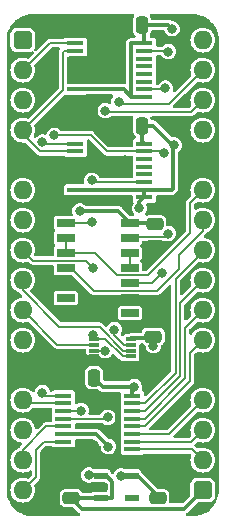
<source format=gbr>
%TF.GenerationSoftware,KiCad,Pcbnew,7.0.5*%
%TF.CreationDate,2023-12-18T15:21:58+02:00*%
%TF.ProjectId,SNES Controller Clock,534e4553-2043-46f6-9e74-726f6c6c6572,rev?*%
%TF.SameCoordinates,Original*%
%TF.FileFunction,Copper,L1,Top*%
%TF.FilePolarity,Positive*%
%FSLAX46Y46*%
G04 Gerber Fmt 4.6, Leading zero omitted, Abs format (unit mm)*
G04 Created by KiCad (PCBNEW 7.0.5) date 2023-12-18 15:21:58*
%MOMM*%
%LPD*%
G01*
G04 APERTURE LIST*
G04 Aperture macros list*
%AMRoundRect*
0 Rectangle with rounded corners*
0 $1 Rounding radius*
0 $2 $3 $4 $5 $6 $7 $8 $9 X,Y pos of 4 corners*
0 Add a 4 corners polygon primitive as box body*
4,1,4,$2,$3,$4,$5,$6,$7,$8,$9,$2,$3,0*
0 Add four circle primitives for the rounded corners*
1,1,$1+$1,$2,$3*
1,1,$1+$1,$4,$5*
1,1,$1+$1,$6,$7*
1,1,$1+$1,$8,$9*
0 Add four rect primitives between the rounded corners*
20,1,$1+$1,$2,$3,$4,$5,0*
20,1,$1+$1,$4,$5,$6,$7,0*
20,1,$1+$1,$6,$7,$8,$9,0*
20,1,$1+$1,$8,$9,$2,$3,0*%
G04 Aperture macros list end*
%TA.AperFunction,SMDPad,CuDef*%
%ADD10R,1.150000X0.600000*%
%TD*%
%TA.AperFunction,SMDPad,CuDef*%
%ADD11R,1.550000X0.650000*%
%TD*%
%TA.AperFunction,SMDPad,CuDef*%
%ADD12R,1.450000X0.450000*%
%TD*%
%TA.AperFunction,SMDPad,CuDef*%
%ADD13R,0.850000X0.300000*%
%TD*%
%TA.AperFunction,SMDPad,CuDef*%
%ADD14RoundRect,0.250000X0.475000X-0.250000X0.475000X0.250000X-0.475000X0.250000X-0.475000X-0.250000X0*%
%TD*%
%TA.AperFunction,SMDPad,CuDef*%
%ADD15RoundRect,0.250000X-0.475000X0.250000X-0.475000X-0.250000X0.475000X-0.250000X0.475000X0.250000X0*%
%TD*%
%TA.AperFunction,SMDPad,CuDef*%
%ADD16RoundRect,0.250000X0.250000X0.475000X-0.250000X0.475000X-0.250000X-0.475000X0.250000X-0.475000X0*%
%TD*%
%TA.AperFunction,ComponentPad*%
%ADD17RoundRect,0.400000X-0.400000X-0.400000X0.400000X-0.400000X0.400000X0.400000X-0.400000X0.400000X0*%
%TD*%
%TA.AperFunction,ComponentPad*%
%ADD18O,1.600000X1.600000*%
%TD*%
%TA.AperFunction,ComponentPad*%
%ADD19R,1.600000X1.600000*%
%TD*%
%TA.AperFunction,ViaPad*%
%ADD20C,0.800000*%
%TD*%
%TA.AperFunction,Conductor*%
%ADD21C,0.380000*%
%TD*%
%TA.AperFunction,Conductor*%
%ADD22C,0.200000*%
%TD*%
G04 APERTURE END LIST*
D10*
%TO.P,IC11,1,VIN*%
%TO.N,/5V*%
X92964000Y-108016000D03*
%TO.P,IC11,2,GND*%
%TO.N,/GND*%
X92964000Y-108966000D03*
%TO.P,IC11,3,EN*%
%TO.N,/5V*%
X92964000Y-109916000D03*
%TO.P,IC11,4,ADJ*%
%TO.N,unconnected-(IC11-ADJ-Pad4)*%
X95564000Y-109916000D03*
%TO.P,IC11,5,VOUT*%
%TO.N,/3.3V*%
X95564000Y-108016000D03*
%TD*%
D11*
%TO.P,IC5,1,1A*%
%TO.N,/Serial CP*%
X89985000Y-86614000D03*
%TO.P,IC5,2,1Y*%
%TO.N,/~{Serial CP}*%
X89985000Y-87884000D03*
%TO.P,IC5,3,2A*%
X89985000Y-89154000D03*
%TO.P,IC5,4,2Y*%
%TO.N,/Serial CP_{2}*%
X89985000Y-90424000D03*
%TO.P,IC5,5,3A*%
%TO.N,/GND*%
X89985000Y-91694000D03*
%TO.P,IC5,6,3Y*%
%TO.N,unconnected-(IC5-3Y-Pad6)*%
X89985000Y-92964000D03*
%TO.P,IC5,7,GND*%
%TO.N,/GND*%
X89985000Y-94234000D03*
%TO.P,IC5,8,4Y*%
%TO.N,unconnected-(IC5-4Y-Pad8)*%
X95435000Y-94234000D03*
%TO.P,IC5,9,4A*%
%TO.N,/GND*%
X95435000Y-92964000D03*
%TO.P,IC5,10,5Y*%
%TO.N,/Serial PL_{2}*%
X95435000Y-91694000D03*
%TO.P,IC5,11,5A*%
%TO.N,/~{Serial PL}*%
X95435000Y-90424000D03*
%TO.P,IC5,12,6Y*%
X95435000Y-89154000D03*
%TO.P,IC5,13,6A*%
%TO.N,/Serial PL*%
X95435000Y-87884000D03*
%TO.P,IC5,14,5V*%
%TO.N,/5V*%
X95435000Y-86614000D03*
%TD*%
D12*
%TO.P,IC4,1,A0*%
%TO.N,/A0*%
X89785000Y-101230000D03*
%TO.P,IC4,2,A1*%
%TO.N,/A1*%
X89785000Y-101880000D03*
%TO.P,IC4,3,A2*%
%TO.N,/A2*%
X89785000Y-102530000D03*
%TO.P,IC4,4,~{E1}*%
%TO.N,/~{Serial Select}*%
X89785000Y-103180000D03*
%TO.P,IC4,5,~{E2}*%
%TO.N,/~{RD}*%
X89785000Y-103830000D03*
%TO.P,IC4,6,E3*%
%TO.N,/3.3V*%
X89785000Y-104480000D03*
%TO.P,IC4,7,~{Y7}*%
%TO.N,/~{Y7}*%
X89785000Y-105130000D03*
%TO.P,IC4,8,GND*%
%TO.N,/GND*%
X89785000Y-105780000D03*
%TO.P,IC4,9,~{Y6}*%
%TO.N,/~{Y6}*%
X95635000Y-105780000D03*
%TO.P,IC4,10,~{Y5}*%
%TO.N,/~{Y5}*%
X95635000Y-105130000D03*
%TO.P,IC4,11,~{Y4}*%
%TO.N,/~{Y4}*%
X95635000Y-104480000D03*
%TO.P,IC4,12,~{Y3}*%
%TO.N,/~{Y3}*%
X95635000Y-103830000D03*
%TO.P,IC4,13,~{Y2}*%
%TO.N,/~{Y2}*%
X95635000Y-103180000D03*
%TO.P,IC4,14,~{Y1}*%
%TO.N,/~{Y1}*%
X95635000Y-102530000D03*
%TO.P,IC4,15,~{Y0}*%
%TO.N,/~{Y0}*%
X95635000Y-101880000D03*
%TO.P,IC4,16,3V*%
%TO.N,/3.3V*%
X95635000Y-101230000D03*
%TD*%
D13*
%TO.P,IC3,1,1A*%
%TO.N,/~{Device Registers}*%
X92405000Y-96405000D03*
%TO.P,IC3,2,1B*%
%TO.N,/A3*%
X92405000Y-96905000D03*
%TO.P,IC3,3,2Y*%
%TO.N,/~{Serial Select}*%
X92405000Y-97405000D03*
%TO.P,IC3,4,GND*%
%TO.N,/GND*%
X92405000Y-97905000D03*
%TO.P,IC3,5,2A*%
%TO.N,/~{Device Registers}*%
X95555000Y-97905000D03*
%TO.P,IC3,6,2B*%
%TO.N,/~{A3}*%
X95555000Y-97405000D03*
%TO.P,IC3,7,1Y*%
%TO.N,/~{LCD Select}*%
X95555000Y-96905000D03*
%TO.P,IC3,8,VCC*%
%TO.N,/3.3V*%
X95555000Y-96405000D03*
%TD*%
D12*
%TO.P,IC2,1,~{MR}*%
%TO.N,/~{Reset}*%
X90801000Y-71385000D03*
%TO.P,IC2,2,CP*%
%TO.N,/CLK*%
X90801000Y-72035000D03*
%TO.P,IC2,3,D0*%
%TO.N,/GND*%
X90801000Y-72685000D03*
%TO.P,IC2,4,D1*%
X90801000Y-73335000D03*
%TO.P,IC2,5,D2*%
X90801000Y-73985000D03*
%TO.P,IC2,6,D3*%
X90801000Y-74635000D03*
%TO.P,IC2,7,CEP*%
%TO.N,/3.3V*%
X90801000Y-75285000D03*
%TO.P,IC2,8,GND*%
%TO.N,/GND*%
X90801000Y-75935000D03*
%TO.P,IC2,9,~{PE}*%
%TO.N,/3.3V*%
X96651000Y-75935000D03*
%TO.P,IC2,10,CET*%
%TO.N,/CEP*%
X96651000Y-75285000D03*
%TO.P,IC2,11,Q3*%
%TO.N,unconnected-(IC2-Q3-Pad11)*%
X96651000Y-74635000D03*
%TO.P,IC2,12,Q2*%
%TO.N,unconnected-(IC2-Q2-Pad12)*%
X96651000Y-73985000D03*
%TO.P,IC2,13,Q1*%
%TO.N,unconnected-(IC2-Q1-Pad13)*%
X96651000Y-73335000D03*
%TO.P,IC2,14,Q0*%
%TO.N,unconnected-(IC2-Q0-Pad14)*%
X96651000Y-72685000D03*
%TO.P,IC2,15,TC*%
%TO.N,/Serial PL*%
X96651000Y-72035000D03*
%TO.P,IC2,16,3V*%
%TO.N,/3.3V*%
X96651000Y-71385000D03*
%TD*%
%TO.P,IC1,1,~{MR}*%
%TO.N,/~{Reset}*%
X90801000Y-79894000D03*
%TO.P,IC1,2,CP*%
%TO.N,/CLK*%
X90801000Y-80544000D03*
%TO.P,IC1,3,D0*%
%TO.N,/GND*%
X90801000Y-81194000D03*
%TO.P,IC1,4,D1*%
X90801000Y-81844000D03*
%TO.P,IC1,5,D2*%
X90801000Y-82494000D03*
%TO.P,IC1,6,D3*%
X90801000Y-83144000D03*
%TO.P,IC1,7,CEP*%
%TO.N,/3.3V*%
X90801000Y-83794000D03*
%TO.P,IC1,8,GND*%
%TO.N,/GND*%
X90801000Y-84444000D03*
%TO.P,IC1,9,~{PE}*%
%TO.N,/3.3V*%
X96651000Y-84444000D03*
%TO.P,IC1,10,CET*%
X96651000Y-83794000D03*
%TO.P,IC1,11,Q3*%
%TO.N,/Serial CP*%
X96651000Y-83144000D03*
%TO.P,IC1,12,Q2*%
%TO.N,unconnected-(IC1-Q2-Pad12)*%
X96651000Y-82494000D03*
%TO.P,IC1,13,Q1*%
%TO.N,unconnected-(IC1-Q1-Pad13)*%
X96651000Y-81844000D03*
%TO.P,IC1,14,Q0*%
%TO.N,unconnected-(IC1-Q0-Pad14)*%
X96651000Y-81194000D03*
%TO.P,IC1,15,TC*%
%TO.N,/CEP*%
X96651000Y-80544000D03*
%TO.P,IC1,16,3V*%
%TO.N,/3.3V*%
X96651000Y-79894000D03*
%TD*%
D14*
%TO.P,C10,1*%
%TO.N,/3.3V*%
X97790000Y-109900000D03*
%TO.P,C10,2*%
%TO.N,/GND*%
X97790000Y-108000000D03*
%TD*%
D15*
%TO.P,C8,1*%
%TO.N,/3.3V*%
X97409000Y-96221000D03*
%TO.P,C8,2*%
%TO.N,/GND*%
X97409000Y-98121000D03*
%TD*%
D16*
%TO.P,C1,1*%
%TO.N,/3.3V*%
X92374000Y-99695000D03*
%TO.P,C1,2*%
%TO.N,/GND*%
X90474000Y-99695000D03*
%TD*%
%TO.P,C2,1*%
%TO.N,/3.3V*%
X96438000Y-78359000D03*
%TO.P,C2,2*%
%TO.N,/GND*%
X94538000Y-78359000D03*
%TD*%
%TO.P,C7,1*%
%TO.N,/3.3V*%
X96438000Y-69850000D03*
%TO.P,C7,2*%
%TO.N,/GND*%
X94538000Y-69850000D03*
%TD*%
D15*
%TO.P,C6,1*%
%TO.N,/5V*%
X97536000Y-86696000D03*
%TO.P,C6,2*%
%TO.N,/GND*%
X97536000Y-88596000D03*
%TD*%
D14*
%TO.P,C9,1*%
%TO.N,/5V*%
X90454000Y-109900000D03*
%TO.P,C9,2*%
%TO.N,/GND*%
X90454000Y-108000000D03*
%TD*%
D17*
%TO.P,J2,1,Pin_1*%
%TO.N,/5V*%
X86360000Y-71120000D03*
D18*
%TO.P,J2,2,Pin_2*%
%TO.N,/~{Reset}*%
X86360000Y-73660000D03*
%TO.P,J2,3,Pin_3*%
%TO.N,unconnected-(J2-Pin_3-Pad3)*%
X86360000Y-76200000D03*
%TO.P,J2,4,Pin_4*%
%TO.N,/CLK*%
X86360000Y-78740000D03*
D19*
%TO.P,J2,5,Pin_5*%
%TO.N,/GND*%
X86360000Y-81280000D03*
D18*
%TO.P,J2,6,Pin_6*%
%TO.N,unconnected-(J2-Pin_6-Pad6)*%
X86360000Y-83820000D03*
%TO.P,J2,7,Pin_7*%
%TO.N,/CEP*%
X86360000Y-86360000D03*
%TO.P,J2,8,Pin_8*%
%TO.N,/~{Device Registers}*%
X86360000Y-88900000D03*
%TO.P,J2,9,Pin_9*%
%TO.N,/~{A3}*%
X86360000Y-91440000D03*
%TO.P,J2,10,Pin_10*%
%TO.N,/A3*%
X86360000Y-93980000D03*
%TO.P,J2,11,Pin_11*%
%TO.N,/A2*%
X86360000Y-96520000D03*
D19*
%TO.P,J2,12,Pin_12*%
%TO.N,/GND*%
X86360000Y-99060000D03*
D18*
%TO.P,J2,13,Pin_13*%
%TO.N,/A1*%
X86360000Y-101600000D03*
%TO.P,J2,14,Pin_14*%
%TO.N,/A0*%
X86360000Y-104140000D03*
%TO.P,J2,15,Pin_15*%
%TO.N,/~{RD}*%
X86360000Y-106680000D03*
%TO.P,J2,16,Pin_16*%
%TO.N,/~{Y7}*%
X86360000Y-109220000D03*
D17*
%TO.P,J2,17,Pin_17*%
%TO.N,/5V*%
X101600000Y-109220000D03*
D18*
%TO.P,J2,18,Pin_18*%
%TO.N,/~{Y6}*%
X101600000Y-106680000D03*
%TO.P,J2,19,Pin_19*%
%TO.N,/~{Y5}*%
X101600000Y-104140000D03*
%TO.P,J2,20,Pin_20*%
%TO.N,/~{Y4}*%
X101600000Y-101600000D03*
D19*
%TO.P,J2,21,Pin_21*%
%TO.N,/GND*%
X101600000Y-99060000D03*
D18*
%TO.P,J2,22,Pin_22*%
%TO.N,/~{Y3}*%
X101600000Y-96520000D03*
%TO.P,J2,23,Pin_23*%
%TO.N,/~{Y2}*%
X101600000Y-93980000D03*
%TO.P,J2,24,Pin_24*%
%TO.N,/~{Y1}*%
X101600000Y-91440000D03*
%TO.P,J2,25,Pin_25*%
%TO.N,/~{Y0}*%
X101600000Y-88900000D03*
%TO.P,J2,26,Pin_26*%
%TO.N,/Serial CP_{2}*%
X101600000Y-86360000D03*
%TO.P,J2,27,Pin_27*%
%TO.N,/~{Serial CP}*%
X101600000Y-83820000D03*
D19*
%TO.P,J2,28,Pin_28*%
%TO.N,/GND*%
X101600000Y-81280000D03*
D18*
%TO.P,J2,29,Pin_29*%
%TO.N,/Serial PL_{2}*%
X101600000Y-78740000D03*
%TO.P,J2,30,Pin_30*%
%TO.N,/~{Serial Select}*%
X101600000Y-76200000D03*
%TO.P,J2,31,Pin_31*%
%TO.N,/~{LCD Select}*%
X101600000Y-73660000D03*
%TO.P,J2,32,Pin_32*%
%TO.N,unconnected-(J2-Pin_32-Pad32)*%
X101600000Y-71120000D03*
%TD*%
D20*
%TO.N,/3.3V*%
X97409000Y-97021500D03*
X99187000Y-80010000D03*
X93599000Y-105537000D03*
X96237952Y-85372000D03*
X95786000Y-100457000D03*
X94673248Y-108011053D03*
X98996500Y-70167500D03*
%TO.N,/GND*%
X92570115Y-101231885D03*
X93472000Y-69977000D03*
X97409000Y-99314000D03*
X88138000Y-90805000D03*
X94996000Y-79356990D03*
X89598500Y-98361500D03*
X94996000Y-84963000D03*
X97028000Y-89535000D03*
X97155000Y-93091000D03*
X92357000Y-105397115D03*
X94996000Y-81280000D03*
X92456000Y-76327000D03*
X88138000Y-86995000D03*
%TO.N,/5V*%
X91186000Y-85598000D03*
X91948000Y-107950000D03*
%TO.N,/~{Reset}*%
X88011000Y-79756000D03*
%TO.N,/Serial CP*%
X92202000Y-86487000D03*
X92202000Y-83004004D03*
%TO.N,/CEP*%
X89027000Y-79183000D03*
X98270000Y-80716676D03*
X98425000Y-75184000D03*
%TO.N,/Serial PL*%
X98679000Y-72090522D03*
X98661748Y-87500125D03*
%TO.N,/~{Device Registers}*%
X92329000Y-90424000D03*
X92329000Y-96077000D03*
%TO.N,/~{Serial Select}*%
X93328457Y-97421920D03*
X93549600Y-103072170D03*
X93345000Y-77089000D03*
%TO.N,/~{LCD Select}*%
X94107000Y-95631000D03*
X94488000Y-76327000D03*
%TO.N,/A0*%
X88011000Y-100965000D03*
%TO.N,/A2*%
X91285000Y-102489000D03*
%TO.N,/Serial PL_{2}*%
X98171000Y-90805000D03*
%TD*%
D21*
%TO.N,/3.3V*%
X98959000Y-83794000D02*
X99060000Y-83693000D01*
X96078000Y-108016000D02*
X95564000Y-108016000D01*
X92374000Y-99695000D02*
X93136000Y-100457000D01*
X93136000Y-100457000D02*
X95786000Y-100457000D01*
X95536000Y-71395000D02*
X95546000Y-71385000D01*
X95536000Y-75925000D02*
X95536000Y-71395000D01*
X95635000Y-100608000D02*
X95786000Y-100457000D01*
X95546000Y-71385000D02*
X96651000Y-71385000D01*
X96651000Y-84444000D02*
X96651000Y-83794000D01*
X96651000Y-84444000D02*
X96237952Y-84857048D01*
X93599000Y-105521886D02*
X93599000Y-105537000D01*
X96438000Y-78359000D02*
X96438000Y-79681000D01*
X90801000Y-83794000D02*
X96651000Y-83794000D01*
X97962000Y-109900000D02*
X96078000Y-108016000D01*
X96438000Y-69850000D02*
X98679000Y-69850000D01*
X97409000Y-97021500D02*
X97409000Y-96221000D01*
X89785000Y-104480000D02*
X92557114Y-104480000D01*
X90801000Y-75285000D02*
X94896000Y-75285000D01*
X99187000Y-80010000D02*
X99187000Y-80137000D01*
X94678195Y-108016000D02*
X94673248Y-108011053D01*
X96438000Y-79681000D02*
X96651000Y-79894000D01*
X95635000Y-101230000D02*
X95635000Y-100608000D01*
X96651000Y-75935000D02*
X95546000Y-75935000D01*
X95564000Y-108016000D02*
X94678195Y-108016000D01*
X97409000Y-78359000D02*
X96438000Y-78359000D01*
X92557114Y-104480000D02*
X93599000Y-105521886D01*
X99060000Y-83693000D02*
X99060000Y-80010000D01*
X96651000Y-83794000D02*
X98959000Y-83794000D01*
X96237952Y-84857048D02*
X96237952Y-85372000D01*
X94896000Y-75285000D02*
X95536000Y-75925000D01*
X99060000Y-80010000D02*
X99187000Y-80010000D01*
X97265000Y-96365000D02*
X95555000Y-96365000D01*
X96651000Y-71385000D02*
X96651000Y-70063000D01*
X99187000Y-80137000D02*
X97409000Y-78359000D01*
X98679000Y-69850000D02*
X98996500Y-70167500D01*
X95546000Y-75935000D02*
X95536000Y-75925000D01*
%TO.N,/GND*%
X97409000Y-99314000D02*
X93980000Y-99314000D01*
X90474000Y-99695000D02*
X90474000Y-98983000D01*
X88820000Y-93679000D02*
X89375000Y-94234000D01*
X91420000Y-108966000D02*
X90454000Y-108000000D01*
X87884000Y-99060000D02*
X86360000Y-99060000D01*
X89696000Y-83144000D02*
X89686000Y-83154000D01*
X92611000Y-97945000D02*
X92224000Y-97945000D01*
X90801000Y-83144000D02*
X89696000Y-83144000D01*
X89785000Y-107331000D02*
X90454000Y-108000000D01*
X86446000Y-81194000D02*
X86360000Y-81280000D01*
X96724000Y-106934000D02*
X91520000Y-106934000D01*
X99949000Y-82931000D02*
X99949000Y-87330102D01*
X89375000Y-91694000D02*
X88820000Y-92249000D01*
X101600000Y-81280000D02*
X99949000Y-82931000D01*
X94910000Y-81194000D02*
X94996000Y-81280000D01*
X93715000Y-94234000D02*
X89985000Y-94234000D01*
X94477000Y-84444000D02*
X94996000Y-84963000D01*
X90474000Y-98983000D02*
X89852500Y-98361500D01*
X97613000Y-88519000D02*
X97536000Y-88596000D01*
X92087885Y-101231885D02*
X92570115Y-101231885D01*
X93472000Y-69977000D02*
X94411000Y-69977000D01*
X88138000Y-83915085D02*
X88138000Y-86995000D01*
X90474000Y-99695000D02*
X88519000Y-99695000D01*
X88820000Y-92249000D02*
X88820000Y-93679000D01*
X90801000Y-81194000D02*
X94910000Y-81194000D01*
X90801000Y-81194000D02*
X86446000Y-81194000D01*
X90801000Y-84444000D02*
X94477000Y-84444000D01*
X94985000Y-92964000D02*
X93715000Y-94234000D01*
X86360000Y-81280000D02*
X86360000Y-82137085D01*
X89985000Y-91694000D02*
X89027000Y-91694000D01*
X89785000Y-105780000D02*
X89785000Y-107331000D01*
X88519000Y-99695000D02*
X87884000Y-99060000D01*
X93980000Y-99314000D02*
X92611000Y-97945000D01*
X94538000Y-78359000D02*
X94996000Y-78817000D01*
X89852500Y-98361500D02*
X89598500Y-98361500D01*
X94996000Y-78817000D02*
X94996000Y-79356990D01*
X98760102Y-88519000D02*
X97613000Y-88519000D01*
X89785000Y-105780000D02*
X91974115Y-105780000D01*
X86360000Y-82137085D02*
X88138000Y-83915085D01*
X90801000Y-82494000D02*
X90801000Y-83144000D01*
X99949000Y-87330102D02*
X98760102Y-88519000D01*
X91520000Y-106934000D02*
X90454000Y-108000000D01*
X90551000Y-99695000D02*
X92087885Y-101231885D01*
X97536000Y-88596000D02*
X97536000Y-89027000D01*
X89686000Y-84434000D02*
X89696000Y-84444000D01*
X90801000Y-75935000D02*
X92064000Y-75935000D01*
X89686000Y-83154000D02*
X89686000Y-84434000D01*
X97155000Y-93091000D02*
X95562000Y-93091000D01*
X92964000Y-108966000D02*
X91420000Y-108966000D01*
X90801000Y-81194000D02*
X90801000Y-81844000D01*
X90801000Y-81844000D02*
X90801000Y-82494000D01*
X89696000Y-84444000D02*
X90801000Y-84444000D01*
X92224000Y-97945000D02*
X90474000Y-99695000D01*
X97409000Y-98121000D02*
X97409000Y-99314000D01*
X92064000Y-75935000D02*
X92456000Y-76327000D01*
X89027000Y-91694000D02*
X88138000Y-90805000D01*
X97536000Y-89027000D02*
X97028000Y-89535000D01*
X97790000Y-108000000D02*
X96724000Y-106934000D01*
X89375000Y-94234000D02*
X89985000Y-94234000D01*
X89985000Y-91694000D02*
X89375000Y-91694000D01*
X91974115Y-105780000D02*
X92357000Y-105397115D01*
%TO.N,/5V*%
X95435000Y-86614000D02*
X94419000Y-85598000D01*
X95435000Y-86614000D02*
X97454000Y-86614000D01*
X92964000Y-109916000D02*
X93919000Y-109916000D01*
X93929000Y-108501004D02*
X93443996Y-108016000D01*
X90454000Y-109900000D02*
X92948000Y-109900000D01*
X91344000Y-110790000D02*
X100030000Y-110790000D01*
X93919000Y-109916000D02*
X93929000Y-109906000D01*
X91948000Y-107950000D02*
X92898000Y-107950000D01*
X93443996Y-108016000D02*
X92964000Y-108016000D01*
X100030000Y-110790000D02*
X101600000Y-109220000D01*
X94419000Y-85598000D02*
X91186000Y-85598000D01*
X93929000Y-109906000D02*
X93929000Y-108501004D01*
X90454000Y-109900000D02*
X91344000Y-110790000D01*
D22*
%TO.N,/CLK*%
X89776000Y-72160000D02*
X89901000Y-72035000D01*
X87809050Y-80544000D02*
X86360000Y-79094950D01*
X86360000Y-78740000D02*
X89776000Y-75324000D01*
X89776000Y-75324000D02*
X89776000Y-72160000D01*
X90801000Y-80544000D02*
X87809050Y-80544000D01*
X89901000Y-72035000D02*
X90801000Y-72035000D01*
%TO.N,/~{Reset}*%
X88138000Y-79883000D02*
X88011000Y-79756000D01*
X86360000Y-73660000D02*
X88635000Y-71385000D01*
X88635000Y-71385000D02*
X90801000Y-71385000D01*
X90790000Y-79883000D02*
X88138000Y-79883000D01*
%TO.N,/Serial CP*%
X92341996Y-83144000D02*
X92202000Y-83004004D01*
X92075000Y-86614000D02*
X89985000Y-86614000D01*
X96651000Y-83144000D02*
X92341996Y-83144000D01*
X92202000Y-86487000D02*
X92075000Y-86614000D01*
%TO.N,/CEP*%
X96651000Y-80544000D02*
X98097324Y-80544000D01*
X98097324Y-80544000D02*
X98270000Y-80716676D01*
X96651000Y-75285000D02*
X98324000Y-75285000D01*
X98324000Y-75285000D02*
X98425000Y-75184000D01*
X93498000Y-80544000D02*
X92122294Y-79168294D01*
X89041706Y-79168294D02*
X89027000Y-79183000D01*
X92122294Y-79168294D02*
X89041706Y-79168294D01*
X96651000Y-80544000D02*
X93498000Y-80544000D01*
%TO.N,/Serial PL*%
X96651000Y-72035000D02*
X98623478Y-72035000D01*
X98623478Y-72035000D02*
X98679000Y-72090522D01*
X98404873Y-87757000D02*
X98661748Y-87500125D01*
X95562000Y-87757000D02*
X98404873Y-87757000D01*
%TO.N,/~{Device Registers}*%
X92405000Y-96153000D02*
X92329000Y-96077000D01*
X91694000Y-89789000D02*
X92329000Y-90424000D01*
X95555000Y-97905000D02*
X94814314Y-97905000D01*
X94814314Y-97905000D02*
X93314314Y-96405000D01*
X86360000Y-88900000D02*
X87249000Y-89789000D01*
X92405000Y-96405000D02*
X92405000Y-96153000D01*
X93314314Y-96405000D02*
X92405000Y-96405000D01*
X87249000Y-89789000D02*
X91694000Y-89789000D01*
%TO.N,/A3*%
X86360000Y-93980000D02*
X89285000Y-96905000D01*
X89285000Y-96905000D02*
X92405000Y-96905000D01*
%TO.N,/~{Serial Select}*%
X93328457Y-97421920D02*
X92421920Y-97421920D01*
X89794000Y-103189000D02*
X93432770Y-103189000D01*
X93345000Y-77089000D02*
X93473500Y-77217500D01*
X100582500Y-77217500D02*
X101600000Y-76200000D01*
X93473500Y-77217500D02*
X100582500Y-77217500D01*
X93432770Y-103189000D02*
X93549600Y-103072170D01*
%TO.N,/~{A3}*%
X89428000Y-95377000D02*
X92852000Y-95377000D01*
X94880000Y-97405000D02*
X95555000Y-97405000D01*
X86360000Y-92309000D02*
X89428000Y-95377000D01*
X86360000Y-91440000D02*
X86360000Y-92309000D01*
X92852000Y-95377000D02*
X94880000Y-97405000D01*
%TO.N,/~{LCD Select}*%
X94107000Y-96066314D02*
X94107000Y-95631000D01*
X94678500Y-76517500D02*
X94488000Y-76327000D01*
X98742500Y-76517500D02*
X94678500Y-76517500D01*
X101600000Y-73660000D02*
X98742500Y-76517500D01*
X95555000Y-96905000D02*
X94945686Y-96905000D01*
X94107000Y-96066314D02*
X94945686Y-96905000D01*
%TO.N,/A0*%
X88276000Y-101230000D02*
X88011000Y-100965000D01*
X89785000Y-101230000D02*
X88276000Y-101230000D01*
%TO.N,/A1*%
X86640000Y-101880000D02*
X89785000Y-101880000D01*
%TO.N,/A2*%
X89785000Y-102530000D02*
X91244000Y-102530000D01*
X91244000Y-102530000D02*
X91285000Y-102489000D01*
%TO.N,/~{RD}*%
X86360000Y-105791000D02*
X88321000Y-103830000D01*
X88321000Y-103830000D02*
X89785000Y-103830000D01*
X86360000Y-106457000D02*
X86360000Y-105791000D01*
%TO.N,/~{Y1}*%
X96687000Y-102530000D02*
X99695000Y-99522000D01*
X99695000Y-99522000D02*
X99695000Y-93345000D01*
X99695000Y-93345000D02*
X101600000Y-91440000D01*
X95635000Y-102530000D02*
X96687000Y-102530000D01*
%TO.N,/~{Y0}*%
X96687000Y-101880000D02*
X99295000Y-99272000D01*
X101600000Y-89058636D02*
X101600000Y-88900000D01*
X99295000Y-99272000D02*
X99295000Y-91363636D01*
X99295000Y-91363636D02*
X101600000Y-89058636D01*
X95635000Y-101880000D02*
X96687000Y-101880000D01*
%TO.N,/~{Y7}*%
X86360000Y-109220000D02*
X87503000Y-108077000D01*
X87503000Y-108077000D02*
X87503000Y-105791000D01*
X87503000Y-105791000D02*
X88164000Y-105130000D01*
X88164000Y-105130000D02*
X89785000Y-105130000D01*
%TO.N,/~{Y6}*%
X95635000Y-105780000D02*
X100700000Y-105780000D01*
X100700000Y-105780000D02*
X101600000Y-106680000D01*
%TO.N,/~{Y5}*%
X100610000Y-105130000D02*
X101600000Y-104140000D01*
X95635000Y-105130000D02*
X100610000Y-105130000D01*
%TO.N,/~{Y4}*%
X98720000Y-104480000D02*
X101600000Y-101600000D01*
X95635000Y-104480000D02*
X98720000Y-104480000D01*
%TO.N,/~{Y3}*%
X96687000Y-103830000D02*
X100500000Y-100017000D01*
X100500000Y-97620000D02*
X101600000Y-96520000D01*
X100500000Y-100017000D02*
X100500000Y-97620000D01*
X95635000Y-103830000D02*
X96687000Y-103830000D01*
%TO.N,/~{Y2}*%
X100100000Y-95480000D02*
X101600000Y-93980000D01*
X100100000Y-99767000D02*
X100100000Y-95480000D01*
X95635000Y-103180000D02*
X96687000Y-103180000D01*
X96687000Y-103180000D02*
X100100000Y-99767000D01*
%TO.N,/~{Serial CP}*%
X96937050Y-91049000D02*
X100500000Y-87486050D01*
X100500000Y-87486050D02*
X100500000Y-84920000D01*
X100500000Y-84920000D02*
X101600000Y-83820000D01*
X94360000Y-91049000D02*
X96937050Y-91049000D01*
X89985000Y-89154000D02*
X92465000Y-89154000D01*
X92465000Y-89154000D02*
X94360000Y-91049000D01*
X89985000Y-87884000D02*
X89985000Y-89154000D01*
%TO.N,/Serial CP_{2}*%
X99568000Y-90524950D02*
X99568000Y-89281000D01*
X99568000Y-89281000D02*
X101600000Y-87249000D01*
X92350000Y-92339000D02*
X97753950Y-92339000D01*
X101600000Y-87249000D02*
X101600000Y-86360000D01*
X97753950Y-92339000D02*
X99568000Y-90524950D01*
X90435000Y-90424000D02*
X92350000Y-92339000D01*
%TO.N,/Serial PL_{2}*%
X95435000Y-91694000D02*
X97282000Y-91694000D01*
X97282000Y-91694000D02*
X98171000Y-90805000D01*
%TO.N,/~{Serial PL}*%
X95435000Y-89154000D02*
X95435000Y-90424000D01*
%TD*%
%TA.AperFunction,Conductor*%
%TO.N,/GND*%
G36*
X95732631Y-68926452D02*
G01*
X95778386Y-68979256D01*
X95788330Y-69048414D01*
X95764858Y-69105079D01*
X95744204Y-69132668D01*
X95744202Y-69132671D01*
X95693908Y-69267517D01*
X95687501Y-69327116D01*
X95687500Y-69327135D01*
X95687500Y-70372870D01*
X95687501Y-70372876D01*
X95693908Y-70432483D01*
X95744202Y-70567328D01*
X95744206Y-70567335D01*
X95830452Y-70682544D01*
X95830455Y-70682547D01*
X95863026Y-70706930D01*
X95904897Y-70762864D01*
X95909881Y-70832555D01*
X95876395Y-70893878D01*
X95836172Y-70920755D01*
X95816981Y-70928705D01*
X95816478Y-70927492D01*
X95762231Y-70944480D01*
X95760015Y-70944500D01*
X95574227Y-70944500D01*
X95567288Y-70944110D01*
X95553025Y-70942503D01*
X95529342Y-70939834D01*
X95473347Y-70950430D01*
X95471062Y-70950818D01*
X95414692Y-70959315D01*
X95406758Y-70961762D01*
X95398867Y-70964523D01*
X95348495Y-70991145D01*
X95346427Y-70992189D01*
X95295051Y-71016931D01*
X95288206Y-71021597D01*
X95281465Y-71026573D01*
X95244480Y-71063557D01*
X95239294Y-71068192D01*
X95209442Y-71091999D01*
X95209194Y-71092364D01*
X95202989Y-71099585D01*
X95203500Y-71099992D01*
X95197708Y-71107255D01*
X95191510Y-71117991D01*
X95189044Y-71121916D01*
X95177334Y-71139093D01*
X95175992Y-71140984D01*
X95142147Y-71186844D01*
X95138248Y-71194221D01*
X95134640Y-71201715D01*
X95117841Y-71256172D01*
X95117117Y-71258372D01*
X95098290Y-71312178D01*
X95096745Y-71320340D01*
X95095500Y-71328605D01*
X95095500Y-71385595D01*
X95095457Y-71387879D01*
X95094634Y-71409869D01*
X95093324Y-71444877D01*
X95094365Y-71454110D01*
X95093508Y-71454206D01*
X95095500Y-71469319D01*
X95095500Y-74720500D01*
X95075815Y-74787539D01*
X95023011Y-74833294D01*
X94971500Y-74844500D01*
X94905404Y-74844500D01*
X94903122Y-74844457D01*
X94879061Y-74843557D01*
X94846122Y-74842324D01*
X94836890Y-74843365D01*
X94836793Y-74842510D01*
X94821680Y-74844500D01*
X91691985Y-74844500D01*
X91635368Y-74827875D01*
X91635024Y-74828707D01*
X91627288Y-74825502D01*
X91624946Y-74824815D01*
X91623772Y-74824046D01*
X91623740Y-74824033D01*
X91550677Y-74809500D01*
X91550674Y-74809500D01*
X90250500Y-74809500D01*
X90183461Y-74789815D01*
X90137706Y-74737011D01*
X90126500Y-74685500D01*
X90126500Y-72634500D01*
X90146185Y-72567461D01*
X90198989Y-72521706D01*
X90250500Y-72510500D01*
X91550676Y-72510500D01*
X91550677Y-72510499D01*
X91623740Y-72495966D01*
X91706601Y-72440601D01*
X91761966Y-72357740D01*
X91776500Y-72284674D01*
X91776500Y-71785326D01*
X91776500Y-71785323D01*
X91776499Y-71785321D01*
X91766329Y-71734190D01*
X91766329Y-71685807D01*
X91776500Y-71634676D01*
X91776500Y-71135323D01*
X91776499Y-71135321D01*
X91761967Y-71062264D01*
X91761966Y-71062260D01*
X91761965Y-71062260D01*
X91706601Y-70979399D01*
X91630731Y-70928705D01*
X91623739Y-70924033D01*
X91623735Y-70924032D01*
X91550677Y-70909500D01*
X91550674Y-70909500D01*
X90051326Y-70909500D01*
X90051323Y-70909500D01*
X89978264Y-70924032D01*
X89978260Y-70924034D01*
X89895401Y-70979397D01*
X89886766Y-70988033D01*
X89885990Y-70987257D01*
X89841796Y-71024195D01*
X89792303Y-71034500D01*
X88684211Y-71034500D01*
X88658765Y-71031861D01*
X88649685Y-71029957D01*
X88649684Y-71029957D01*
X88649682Y-71029957D01*
X88617061Y-71034023D01*
X88609385Y-71034500D01*
X88605960Y-71034500D01*
X88600754Y-71035368D01*
X88585700Y-71037879D01*
X88583171Y-71038247D01*
X88533608Y-71044426D01*
X88526570Y-71046521D01*
X88519617Y-71048908D01*
X88475687Y-71072682D01*
X88473411Y-71073853D01*
X88428513Y-71095803D01*
X88422566Y-71100048D01*
X88416739Y-71104584D01*
X88400821Y-71121876D01*
X88383231Y-71140984D01*
X88382913Y-71141329D01*
X88381139Y-71143177D01*
X87502662Y-72021654D01*
X87441339Y-72055139D01*
X87371647Y-72050155D01*
X87315714Y-72008283D01*
X87291297Y-71942819D01*
X87306149Y-71874546D01*
X87308227Y-71870890D01*
X87361744Y-71780398D01*
X87407598Y-71622569D01*
X87410500Y-71585694D01*
X87410500Y-70654306D01*
X87407598Y-70617431D01*
X87401194Y-70595390D01*
X87361745Y-70459606D01*
X87361744Y-70459603D01*
X87361744Y-70459602D01*
X87278081Y-70318135D01*
X87278079Y-70318133D01*
X87278076Y-70318129D01*
X87161870Y-70201923D01*
X87161862Y-70201917D01*
X87065229Y-70144769D01*
X87020398Y-70118256D01*
X87020397Y-70118255D01*
X87020396Y-70118255D01*
X87020393Y-70118254D01*
X86862573Y-70072402D01*
X86862567Y-70072401D01*
X86825701Y-70069500D01*
X86825694Y-70069500D01*
X85894306Y-70069500D01*
X85894298Y-70069500D01*
X85857432Y-70072401D01*
X85857426Y-70072402D01*
X85699606Y-70118254D01*
X85699603Y-70118255D01*
X85558137Y-70201917D01*
X85558129Y-70201923D01*
X85441923Y-70318129D01*
X85441917Y-70318137D01*
X85358255Y-70459603D01*
X85358254Y-70459606D01*
X85312402Y-70617426D01*
X85312401Y-70617432D01*
X85309500Y-70654298D01*
X85309500Y-71585701D01*
X85312401Y-71622567D01*
X85312402Y-71622573D01*
X85358254Y-71780393D01*
X85358255Y-71780396D01*
X85358256Y-71780398D01*
X85365285Y-71792284D01*
X85441917Y-71921862D01*
X85441923Y-71921870D01*
X85558129Y-72038076D01*
X85558133Y-72038079D01*
X85558135Y-72038081D01*
X85699602Y-72121744D01*
X85720075Y-72127692D01*
X85857426Y-72167597D01*
X85857429Y-72167597D01*
X85857431Y-72167598D01*
X85894306Y-72170500D01*
X85894314Y-72170500D01*
X86825686Y-72170500D01*
X86825694Y-72170500D01*
X86862569Y-72167598D01*
X86862571Y-72167597D01*
X86862573Y-72167597D01*
X86904899Y-72155300D01*
X87020398Y-72121744D01*
X87110854Y-72068248D01*
X87178575Y-72051066D01*
X87244838Y-72073226D01*
X87288602Y-72127692D01*
X87295971Y-72197171D01*
X87264607Y-72259606D01*
X87261654Y-72262662D01*
X86874508Y-72649808D01*
X86813185Y-72683293D01*
X86750833Y-72680788D01*
X86565934Y-72624700D01*
X86565932Y-72624699D01*
X86565934Y-72624699D01*
X86360000Y-72604417D01*
X86154067Y-72624699D01*
X85978692Y-72677898D01*
X85960909Y-72683293D01*
X85956043Y-72684769D01*
X85850803Y-72741022D01*
X85773550Y-72782315D01*
X85773548Y-72782316D01*
X85773547Y-72782317D01*
X85613589Y-72913589D01*
X85482317Y-73073547D01*
X85384769Y-73256043D01*
X85324699Y-73454067D01*
X85304417Y-73660000D01*
X85324699Y-73865932D01*
X85324700Y-73865934D01*
X85384768Y-74063954D01*
X85482315Y-74246450D01*
X85482317Y-74246452D01*
X85613589Y-74406410D01*
X85710209Y-74485702D01*
X85773550Y-74537685D01*
X85956046Y-74635232D01*
X86154066Y-74695300D01*
X86154065Y-74695300D01*
X86174347Y-74697297D01*
X86360000Y-74715583D01*
X86565934Y-74695300D01*
X86763954Y-74635232D01*
X86946450Y-74537685D01*
X87106410Y-74406410D01*
X87237685Y-74246450D01*
X87335232Y-74063954D01*
X87395300Y-73865934D01*
X87415583Y-73660000D01*
X87395300Y-73454066D01*
X87339210Y-73269163D01*
X87338588Y-73199298D01*
X87370189Y-73145491D01*
X88743862Y-71771818D01*
X88805185Y-71738334D01*
X88831543Y-71735500D01*
X89407521Y-71735500D01*
X89474560Y-71755185D01*
X89520315Y-71807989D01*
X89530259Y-71877147D01*
X89508437Y-71931556D01*
X89495695Y-71949400D01*
X89494165Y-71951453D01*
X89463483Y-71990873D01*
X89459975Y-71997353D01*
X89456761Y-72003931D01*
X89442506Y-72051809D01*
X89441725Y-72054246D01*
X89425499Y-72101512D01*
X89424294Y-72108733D01*
X89423382Y-72116046D01*
X89425447Y-72165948D01*
X89425500Y-72168510D01*
X89425500Y-75127455D01*
X89405815Y-75194494D01*
X89389181Y-75215136D01*
X86874508Y-77729808D01*
X86813185Y-77763293D01*
X86750833Y-77760788D01*
X86565934Y-77704700D01*
X86565932Y-77704699D01*
X86565934Y-77704699D01*
X86378463Y-77686235D01*
X86360000Y-77684417D01*
X86359999Y-77684417D01*
X86154067Y-77704699D01*
X86039344Y-77739500D01*
X85960909Y-77763293D01*
X85956043Y-77764769D01*
X85845898Y-77823643D01*
X85773550Y-77862315D01*
X85773548Y-77862316D01*
X85773547Y-77862317D01*
X85613589Y-77993589D01*
X85482317Y-78153547D01*
X85384769Y-78336043D01*
X85324699Y-78534067D01*
X85304417Y-78740000D01*
X85324699Y-78945932D01*
X85349042Y-79026180D01*
X85384768Y-79143954D01*
X85482315Y-79326450D01*
X85498368Y-79346011D01*
X85613589Y-79486410D01*
X85697305Y-79555113D01*
X85773550Y-79617685D01*
X85956046Y-79715232D01*
X86154066Y-79775300D01*
X86154065Y-79775300D01*
X86173418Y-79777206D01*
X86360000Y-79795583D01*
X86488211Y-79782954D01*
X86556854Y-79795972D01*
X86588044Y-79818676D01*
X87526412Y-80757044D01*
X87542536Y-80776899D01*
X87547613Y-80784669D01*
X87573558Y-80804862D01*
X87579310Y-80809942D01*
X87581743Y-80812375D01*
X87598464Y-80824313D01*
X87600471Y-80825809D01*
X87639924Y-80856517D01*
X87639926Y-80856517D01*
X87646407Y-80860025D01*
X87652983Y-80863240D01*
X87700872Y-80877497D01*
X87703292Y-80878272D01*
X87750562Y-80894500D01*
X87750564Y-80894500D01*
X87757801Y-80895707D01*
X87765096Y-80896617D01*
X87815000Y-80894552D01*
X87817561Y-80894500D01*
X89792303Y-80894500D01*
X89859342Y-80914185D01*
X89886686Y-80941046D01*
X89886766Y-80940967D01*
X89895396Y-80949597D01*
X89895399Y-80949601D01*
X89978260Y-81004966D01*
X89978263Y-81004966D01*
X89978264Y-81004967D01*
X90051321Y-81019499D01*
X90051324Y-81019500D01*
X90051326Y-81019500D01*
X91550676Y-81019500D01*
X91550677Y-81019499D01*
X91623740Y-81004966D01*
X91706601Y-80949601D01*
X91761966Y-80866740D01*
X91776500Y-80793674D01*
X91776500Y-80294326D01*
X91766328Y-80243188D01*
X91766328Y-80194811D01*
X91776500Y-80143674D01*
X91776500Y-79644326D01*
X91776500Y-79642794D01*
X91796185Y-79575755D01*
X91848989Y-79530000D01*
X91900500Y-79518794D01*
X91925750Y-79518794D01*
X91992789Y-79538479D01*
X92013431Y-79555113D01*
X93215362Y-80757044D01*
X93231486Y-80776899D01*
X93236563Y-80784669D01*
X93262508Y-80804862D01*
X93268260Y-80809942D01*
X93270693Y-80812375D01*
X93287414Y-80824313D01*
X93289421Y-80825809D01*
X93328874Y-80856517D01*
X93328876Y-80856517D01*
X93335357Y-80860025D01*
X93341933Y-80863240D01*
X93389822Y-80877497D01*
X93392242Y-80878272D01*
X93439512Y-80894500D01*
X93439514Y-80894500D01*
X93446751Y-80895707D01*
X93454046Y-80896617D01*
X93503950Y-80894552D01*
X93506511Y-80894500D01*
X95551500Y-80894500D01*
X95618539Y-80914185D01*
X95664294Y-80966989D01*
X95675500Y-81018500D01*
X95675500Y-81443674D01*
X95677585Y-81454159D01*
X95685671Y-81494810D01*
X95685671Y-81543190D01*
X95675500Y-81594326D01*
X95675500Y-82093673D01*
X95685671Y-82144809D01*
X95685671Y-82193188D01*
X95675500Y-82244325D01*
X95675500Y-82669500D01*
X95655815Y-82736539D01*
X95603011Y-82782294D01*
X95551500Y-82793500D01*
X92903468Y-82793500D01*
X92836429Y-82773815D01*
X92790674Y-82721011D01*
X92787527Y-82713474D01*
X92786722Y-82711351D01*
X92782220Y-82699481D01*
X92692483Y-82569474D01*
X92574240Y-82464721D01*
X92574238Y-82464720D01*
X92574237Y-82464719D01*
X92434365Y-82391307D01*
X92280986Y-82353504D01*
X92280985Y-82353504D01*
X92123015Y-82353504D01*
X92123014Y-82353504D01*
X91969634Y-82391307D01*
X91829762Y-82464719D01*
X91711516Y-82569475D01*
X91621781Y-82699479D01*
X91621780Y-82699480D01*
X91565762Y-82847185D01*
X91546722Y-83004003D01*
X91546722Y-83004004D01*
X91565762Y-83160821D01*
X91566749Y-83164822D01*
X91566616Y-83167848D01*
X91566667Y-83168268D01*
X91566597Y-83168276D01*
X91563682Y-83234625D01*
X91523363Y-83291688D01*
X91458594Y-83317894D01*
X91446353Y-83318500D01*
X90051323Y-83318500D01*
X89978264Y-83333032D01*
X89978260Y-83333033D01*
X89895399Y-83388399D01*
X89840033Y-83471260D01*
X89840032Y-83471264D01*
X89825500Y-83544321D01*
X89825500Y-84043678D01*
X89840032Y-84116735D01*
X89840033Y-84116739D01*
X89840034Y-84116740D01*
X89895399Y-84199601D01*
X89947630Y-84234500D01*
X89978260Y-84254966D01*
X89978264Y-84254967D01*
X90051321Y-84269499D01*
X90051324Y-84269500D01*
X90051326Y-84269500D01*
X91550676Y-84269500D01*
X91550677Y-84269499D01*
X91623740Y-84254966D01*
X91635024Y-84250293D01*
X91635526Y-84251505D01*
X91689769Y-84234520D01*
X91691985Y-84234500D01*
X95551500Y-84234500D01*
X95618539Y-84254185D01*
X95664294Y-84306989D01*
X95675500Y-84358500D01*
X95675500Y-84693678D01*
X95690032Y-84766735D01*
X95690035Y-84766742D01*
X95729463Y-84825752D01*
X95750340Y-84892429D01*
X95731855Y-84959809D01*
X95728410Y-84965081D01*
X95657733Y-85067475D01*
X95657732Y-85067476D01*
X95601714Y-85215181D01*
X95582674Y-85371999D01*
X95582674Y-85372000D01*
X95601714Y-85528818D01*
X95657732Y-85676523D01*
X95657733Y-85676524D01*
X95747468Y-85806529D01*
X95764575Y-85821684D01*
X95801702Y-85880874D01*
X95800934Y-85950739D01*
X95762517Y-86009099D01*
X95698646Y-86037424D01*
X95682348Y-86038500D01*
X95533823Y-86038500D01*
X95466784Y-86018815D01*
X95446142Y-86002181D01*
X94750443Y-85306482D01*
X94745806Y-85301294D01*
X94739572Y-85293477D01*
X94722001Y-85271443D01*
X94722000Y-85271442D01*
X94721999Y-85271441D01*
X94674893Y-85239324D01*
X94673003Y-85237983D01*
X94644605Y-85217025D01*
X94627157Y-85204148D01*
X94627155Y-85204147D01*
X94619794Y-85200256D01*
X94612284Y-85196639D01*
X94557818Y-85179839D01*
X94555615Y-85179114D01*
X94501819Y-85160289D01*
X94493640Y-85158741D01*
X94485399Y-85157500D01*
X94485395Y-85157500D01*
X94428404Y-85157500D01*
X94426122Y-85157457D01*
X94402061Y-85156557D01*
X94369122Y-85155324D01*
X94359890Y-85156365D01*
X94359793Y-85155510D01*
X94344680Y-85157500D01*
X91716771Y-85157500D01*
X91649732Y-85137815D01*
X91634544Y-85126316D01*
X91558240Y-85058717D01*
X91558238Y-85058716D01*
X91558237Y-85058715D01*
X91418365Y-84985303D01*
X91264986Y-84947500D01*
X91264985Y-84947500D01*
X91107015Y-84947500D01*
X91107014Y-84947500D01*
X90953634Y-84985303D01*
X90813762Y-85058715D01*
X90695516Y-85163471D01*
X90605781Y-85293475D01*
X90605780Y-85293476D01*
X90549762Y-85441181D01*
X90530722Y-85597999D01*
X90530722Y-85598000D01*
X90549763Y-85754818D01*
X90593646Y-85870529D01*
X90599013Y-85940192D01*
X90565865Y-86001698D01*
X90504727Y-86035520D01*
X90477704Y-86038500D01*
X89185323Y-86038500D01*
X89112264Y-86053032D01*
X89112260Y-86053033D01*
X89029399Y-86108399D01*
X88974033Y-86191260D01*
X88974032Y-86191264D01*
X88959500Y-86264321D01*
X88959500Y-86963678D01*
X88974032Y-87036735D01*
X88974033Y-87036739D01*
X88974034Y-87036740D01*
X89029399Y-87119601D01*
X89068755Y-87145897D01*
X89113560Y-87199507D01*
X89122269Y-87268832D01*
X89092115Y-87331860D01*
X89068757Y-87352100D01*
X89029400Y-87378397D01*
X88974033Y-87461260D01*
X88974032Y-87461264D01*
X88959500Y-87534321D01*
X88959500Y-88233678D01*
X88974032Y-88306735D01*
X88974033Y-88306739D01*
X88974034Y-88306740D01*
X89029399Y-88389601D01*
X89068755Y-88415897D01*
X89113560Y-88469507D01*
X89122269Y-88538832D01*
X89092115Y-88601860D01*
X89068757Y-88622100D01*
X89029400Y-88648397D01*
X88974033Y-88731260D01*
X88974032Y-88731264D01*
X88959500Y-88804321D01*
X88959500Y-89314500D01*
X88939815Y-89381539D01*
X88887011Y-89427294D01*
X88835500Y-89438500D01*
X87461612Y-89438500D01*
X87394573Y-89418815D01*
X87348818Y-89366011D01*
X87338874Y-89296853D01*
X87342948Y-89278514D01*
X87395300Y-89105934D01*
X87415583Y-88900000D01*
X87395300Y-88694066D01*
X87335232Y-88496046D01*
X87237685Y-88313550D01*
X87172136Y-88233678D01*
X87106410Y-88153589D01*
X86946452Y-88022317D01*
X86946453Y-88022317D01*
X86946450Y-88022315D01*
X86763954Y-87924768D01*
X86565934Y-87864700D01*
X86565932Y-87864699D01*
X86565934Y-87864699D01*
X86378463Y-87846235D01*
X86360000Y-87844417D01*
X86359999Y-87844417D01*
X86154067Y-87864699D01*
X85956043Y-87924769D01*
X85845898Y-87983643D01*
X85773550Y-88022315D01*
X85773548Y-88022316D01*
X85773547Y-88022317D01*
X85613589Y-88153589D01*
X85482317Y-88313547D01*
X85384769Y-88496043D01*
X85324699Y-88694067D01*
X85304417Y-88899999D01*
X85324699Y-89105932D01*
X85324700Y-89105934D01*
X85384768Y-89303954D01*
X85482315Y-89486450D01*
X85482317Y-89486452D01*
X85613589Y-89646410D01*
X85629663Y-89659601D01*
X85773550Y-89777685D01*
X85956046Y-89875232D01*
X86154066Y-89935300D01*
X86154065Y-89935300D01*
X86174347Y-89937297D01*
X86360000Y-89955583D01*
X86565934Y-89935300D01*
X86750836Y-89879210D01*
X86820701Y-89878588D01*
X86874510Y-89910191D01*
X86966360Y-90002041D01*
X86982484Y-90021896D01*
X86987563Y-90029669D01*
X87012324Y-90048941D01*
X87013509Y-90049863D01*
X87019272Y-90054953D01*
X87021694Y-90057375D01*
X87038391Y-90069296D01*
X87040429Y-90070816D01*
X87079874Y-90101517D01*
X87079875Y-90101517D01*
X87079876Y-90101518D01*
X87086342Y-90105017D01*
X87092933Y-90108240D01*
X87140822Y-90122497D01*
X87143242Y-90123272D01*
X87190512Y-90139500D01*
X87190517Y-90139500D01*
X87197768Y-90140710D01*
X87205046Y-90141617D01*
X87254962Y-90139552D01*
X87257521Y-90139500D01*
X88835500Y-90139500D01*
X88902539Y-90159185D01*
X88948294Y-90211989D01*
X88959500Y-90263500D01*
X88959500Y-90773678D01*
X88974032Y-90846735D01*
X88974033Y-90846739D01*
X88974034Y-90846740D01*
X89029399Y-90929601D01*
X89112260Y-90984966D01*
X89112264Y-90984967D01*
X89185321Y-90999499D01*
X89185324Y-90999500D01*
X89185326Y-90999500D01*
X90463456Y-90999500D01*
X90530495Y-91019185D01*
X90551137Y-91035819D01*
X92067362Y-92552044D01*
X92083486Y-92571899D01*
X92088563Y-92579669D01*
X92114508Y-92599862D01*
X92120260Y-92604942D01*
X92122693Y-92607375D01*
X92139414Y-92619313D01*
X92141421Y-92620809D01*
X92180874Y-92651517D01*
X92180876Y-92651517D01*
X92187357Y-92655025D01*
X92193933Y-92658240D01*
X92241822Y-92672497D01*
X92244242Y-92673272D01*
X92291512Y-92689500D01*
X92291514Y-92689500D01*
X92298751Y-92690707D01*
X92306046Y-92691617D01*
X92355950Y-92689552D01*
X92358511Y-92689500D01*
X97704739Y-92689500D01*
X97730184Y-92692138D01*
X97739265Y-92694043D01*
X97754955Y-92692087D01*
X97771889Y-92689977D01*
X97779565Y-92689500D01*
X97782985Y-92689500D01*
X97782990Y-92689500D01*
X97792253Y-92687954D01*
X97803228Y-92686123D01*
X97805761Y-92685753D01*
X97855343Y-92679573D01*
X97855349Y-92679569D01*
X97862401Y-92677470D01*
X97869327Y-92675092D01*
X97869331Y-92675092D01*
X97908441Y-92653926D01*
X97913279Y-92651308D01*
X97915540Y-92650143D01*
X97960434Y-92628198D01*
X97960437Y-92628194D01*
X97966403Y-92623935D01*
X97972204Y-92619419D01*
X97972208Y-92619418D01*
X98006051Y-92582653D01*
X98007776Y-92580854D01*
X98732819Y-91855812D01*
X98794142Y-91822327D01*
X98863834Y-91827311D01*
X98919767Y-91869183D01*
X98944184Y-91934647D01*
X98944500Y-91943493D01*
X98944500Y-99075456D01*
X98924815Y-99142495D01*
X98908181Y-99163137D01*
X96822181Y-101249137D01*
X96760858Y-101282622D01*
X96691166Y-101277638D01*
X96635233Y-101235766D01*
X96610816Y-101170302D01*
X96610500Y-101161456D01*
X96610500Y-100980323D01*
X96610499Y-100980321D01*
X96595967Y-100907264D01*
X96595966Y-100907260D01*
X96577418Y-100879500D01*
X96540601Y-100824399D01*
X96540600Y-100824398D01*
X96464489Y-100773543D01*
X96419684Y-100719931D01*
X96410977Y-100650606D01*
X96417438Y-100626470D01*
X96422237Y-100613818D01*
X96441278Y-100457000D01*
X96422237Y-100300182D01*
X96418581Y-100290543D01*
X96393933Y-100225551D01*
X96366220Y-100152477D01*
X96276483Y-100022470D01*
X96158240Y-99917717D01*
X96158238Y-99917716D01*
X96158237Y-99917715D01*
X96018365Y-99844303D01*
X95864986Y-99806500D01*
X95864985Y-99806500D01*
X95707015Y-99806500D01*
X95707014Y-99806500D01*
X95553634Y-99844303D01*
X95413762Y-99917715D01*
X95337456Y-99985316D01*
X95274222Y-100015037D01*
X95255229Y-100016500D01*
X93369823Y-100016500D01*
X93302784Y-99996815D01*
X93282142Y-99980181D01*
X93160818Y-99858857D01*
X93127333Y-99797534D01*
X93124499Y-99771176D01*
X93124499Y-99172129D01*
X93124498Y-99172123D01*
X93124497Y-99172116D01*
X93118091Y-99112517D01*
X93067796Y-98977669D01*
X93067795Y-98977668D01*
X93067793Y-98977664D01*
X92981547Y-98862455D01*
X92981544Y-98862452D01*
X92866335Y-98776206D01*
X92866328Y-98776202D01*
X92731486Y-98725910D01*
X92731485Y-98725909D01*
X92731483Y-98725909D01*
X92671873Y-98719500D01*
X92671863Y-98719500D01*
X92076129Y-98719500D01*
X92076123Y-98719501D01*
X92016516Y-98725908D01*
X91881671Y-98776202D01*
X91881664Y-98776206D01*
X91766455Y-98862452D01*
X91766452Y-98862455D01*
X91680206Y-98977664D01*
X91680202Y-98977671D01*
X91629908Y-99112517D01*
X91623501Y-99172116D01*
X91623501Y-99172123D01*
X91623500Y-99172135D01*
X91623500Y-100217870D01*
X91623501Y-100217876D01*
X91629908Y-100277483D01*
X91680202Y-100412328D01*
X91680206Y-100412335D01*
X91766452Y-100527544D01*
X91766455Y-100527547D01*
X91881664Y-100613793D01*
X91881671Y-100613797D01*
X91911086Y-100624768D01*
X92016517Y-100664091D01*
X92076127Y-100670500D01*
X92671872Y-100670499D01*
X92675176Y-100670499D01*
X92742215Y-100690183D01*
X92762857Y-100706818D01*
X92804555Y-100748516D01*
X92809191Y-100753704D01*
X92821416Y-100769033D01*
X92832999Y-100783557D01*
X92880121Y-100815684D01*
X92881970Y-100816996D01*
X92892001Y-100824399D01*
X92927841Y-100850851D01*
X92935216Y-100854748D01*
X92942713Y-100858359D01*
X92942715Y-100858360D01*
X92997195Y-100875164D01*
X92999337Y-100875869D01*
X93053181Y-100894711D01*
X93053183Y-100894711D01*
X93061340Y-100896254D01*
X93069602Y-100897500D01*
X93069605Y-100897500D01*
X93126585Y-100897500D01*
X93128867Y-100897542D01*
X93185877Y-100899675D01*
X93185877Y-100899674D01*
X93185878Y-100899675D01*
X93195112Y-100898635D01*
X93195208Y-100899489D01*
X93210321Y-100897500D01*
X94535500Y-100897500D01*
X94602539Y-100917185D01*
X94648294Y-100969989D01*
X94659500Y-101021500D01*
X94659500Y-101479673D01*
X94669671Y-101530810D01*
X94669671Y-101579190D01*
X94659500Y-101630326D01*
X94659500Y-102129673D01*
X94669671Y-102180809D01*
X94669671Y-102229188D01*
X94659500Y-102280325D01*
X94659500Y-102779673D01*
X94669671Y-102830810D01*
X94669671Y-102879190D01*
X94659500Y-102930326D01*
X94659500Y-103429673D01*
X94669671Y-103480809D01*
X94669671Y-103529188D01*
X94659500Y-103580325D01*
X94659500Y-104079673D01*
X94669671Y-104130810D01*
X94669671Y-104179190D01*
X94659500Y-104230326D01*
X94659500Y-104729673D01*
X94669671Y-104780809D01*
X94669671Y-104829188D01*
X94659500Y-104880325D01*
X94659500Y-104880326D01*
X94659500Y-105379674D01*
X94659501Y-105379678D01*
X94669671Y-105430810D01*
X94669671Y-105479190D01*
X94659500Y-105530326D01*
X94659500Y-106029678D01*
X94674032Y-106102735D01*
X94674033Y-106102739D01*
X94674034Y-106102740D01*
X94729399Y-106185601D01*
X94791032Y-106226782D01*
X94812260Y-106240966D01*
X94812264Y-106240967D01*
X94885321Y-106255499D01*
X94885324Y-106255500D01*
X94885326Y-106255500D01*
X96384676Y-106255500D01*
X96384677Y-106255499D01*
X96457740Y-106240966D01*
X96540601Y-106185601D01*
X96540605Y-106185594D01*
X96549234Y-106176967D01*
X96550009Y-106177742D01*
X96594204Y-106140805D01*
X96643697Y-106130500D01*
X100501725Y-106130500D01*
X100568764Y-106150185D01*
X100614519Y-106202989D01*
X100624463Y-106272147D01*
X100620388Y-106290482D01*
X100587505Y-106398886D01*
X100564699Y-106474067D01*
X100544417Y-106679999D01*
X100564699Y-106885932D01*
X100564700Y-106885934D01*
X100624768Y-107083954D01*
X100722315Y-107266450D01*
X100722317Y-107266452D01*
X100853589Y-107426410D01*
X100918929Y-107480032D01*
X101013550Y-107557685D01*
X101196046Y-107655232D01*
X101394066Y-107715300D01*
X101394065Y-107715300D01*
X101414347Y-107717297D01*
X101600000Y-107735583D01*
X101805934Y-107715300D01*
X102003954Y-107655232D01*
X102186450Y-107557685D01*
X102346410Y-107426410D01*
X102477685Y-107266450D01*
X102575232Y-107083954D01*
X102635300Y-106885934D01*
X102655583Y-106680000D01*
X102635300Y-106474066D01*
X102575232Y-106276046D01*
X102477685Y-106093550D01*
X102390689Y-105987544D01*
X102346410Y-105933589D01*
X102186452Y-105802317D01*
X102186453Y-105802317D01*
X102186450Y-105802315D01*
X102003954Y-105704768D01*
X101805934Y-105644700D01*
X101805932Y-105644699D01*
X101805934Y-105644699D01*
X101600000Y-105624417D01*
X101394067Y-105644699D01*
X101209166Y-105700788D01*
X101139299Y-105701411D01*
X101085490Y-105669808D01*
X100982637Y-105566955D01*
X100966511Y-105547098D01*
X100961437Y-105539331D01*
X100935487Y-105519133D01*
X100929741Y-105514059D01*
X100927307Y-105511625D01*
X100927306Y-105511624D01*
X100927302Y-105511620D01*
X100923392Y-105508309D01*
X100924201Y-105507353D01*
X100884747Y-105457038D01*
X100878203Y-105387476D01*
X100910306Y-105325418D01*
X100912203Y-105323477D01*
X101085491Y-105150189D01*
X101146812Y-105116706D01*
X101209162Y-105119210D01*
X101394066Y-105175300D01*
X101394065Y-105175300D01*
X101414348Y-105177297D01*
X101600000Y-105195583D01*
X101805934Y-105175300D01*
X102003954Y-105115232D01*
X102186450Y-105017685D01*
X102346410Y-104886410D01*
X102477685Y-104726450D01*
X102575232Y-104543954D01*
X102635300Y-104345934D01*
X102655583Y-104140000D01*
X102635300Y-103934066D01*
X102575232Y-103736046D01*
X102477685Y-103553550D01*
X102407718Y-103468294D01*
X102346410Y-103393589D01*
X102186452Y-103262317D01*
X102186453Y-103262317D01*
X102186450Y-103262315D01*
X102003954Y-103164768D01*
X101805934Y-103104700D01*
X101805932Y-103104699D01*
X101805934Y-103104699D01*
X101600000Y-103084417D01*
X101394067Y-103104699D01*
X101196043Y-103164769D01*
X101085897Y-103223643D01*
X101013550Y-103262315D01*
X101013548Y-103262316D01*
X101013547Y-103262317D01*
X100853589Y-103393589D01*
X100724649Y-103550706D01*
X100722315Y-103553550D01*
X100691365Y-103611453D01*
X100624769Y-103736043D01*
X100564699Y-103934067D01*
X100544417Y-104140000D01*
X100564699Y-104345932D01*
X100620788Y-104530833D01*
X100621411Y-104600700D01*
X100589809Y-104654507D01*
X100501135Y-104743182D01*
X100439815Y-104776666D01*
X100413456Y-104779500D01*
X99215543Y-104779500D01*
X99148504Y-104759815D01*
X99102749Y-104707011D01*
X99092805Y-104637853D01*
X99121830Y-104574297D01*
X99127862Y-104567819D01*
X100099220Y-103596461D01*
X101085491Y-102610189D01*
X101146812Y-102576706D01*
X101209162Y-102579210D01*
X101394066Y-102635300D01*
X101394065Y-102635300D01*
X101412529Y-102637118D01*
X101600000Y-102655583D01*
X101805934Y-102635300D01*
X102003954Y-102575232D01*
X102186450Y-102477685D01*
X102346410Y-102346410D01*
X102477685Y-102186450D01*
X102575232Y-102003954D01*
X102635300Y-101805934D01*
X102655583Y-101600000D01*
X102635300Y-101394066D01*
X102575232Y-101196046D01*
X102477685Y-101013550D01*
X102384231Y-100899675D01*
X102346410Y-100853589D01*
X102186452Y-100722317D01*
X102186453Y-100722317D01*
X102186450Y-100722315D01*
X102003954Y-100624768D01*
X101805934Y-100564700D01*
X101805932Y-100564699D01*
X101805934Y-100564699D01*
X101618463Y-100546235D01*
X101600000Y-100544417D01*
X101599999Y-100544417D01*
X101394067Y-100564699D01*
X101196043Y-100624769D01*
X101110490Y-100670499D01*
X101013550Y-100722315D01*
X101013548Y-100722316D01*
X101013547Y-100722317D01*
X100853589Y-100853589D01*
X100722317Y-101013547D01*
X100624769Y-101196043D01*
X100564699Y-101394067D01*
X100544417Y-101599999D01*
X100564699Y-101805932D01*
X100582896Y-101865920D01*
X100600070Y-101922536D01*
X100620788Y-101990832D01*
X100621411Y-102060699D01*
X100589808Y-102114508D01*
X98611137Y-104093181D01*
X98549814Y-104126666D01*
X98523456Y-104129500D01*
X97182543Y-104129500D01*
X97115504Y-104109815D01*
X97069749Y-104057011D01*
X97059805Y-103987853D01*
X97088830Y-103924297D01*
X97094862Y-103917819D01*
X98898173Y-102114508D01*
X100713046Y-100299634D01*
X100732902Y-100283511D01*
X100740669Y-100278437D01*
X100760873Y-100252477D01*
X100765941Y-100246739D01*
X100768375Y-100244307D01*
X100780333Y-100227555D01*
X100781800Y-100225589D01*
X100812517Y-100186126D01*
X100812519Y-100186118D01*
X100816006Y-100179675D01*
X100819234Y-100173072D01*
X100819239Y-100173066D01*
X100833501Y-100125155D01*
X100834259Y-100122790D01*
X100850500Y-100075488D01*
X100850500Y-100075481D01*
X100851705Y-100068261D01*
X100852617Y-100060952D01*
X100850553Y-100011051D01*
X100850500Y-100008489D01*
X100850500Y-97816543D01*
X100870185Y-97749504D01*
X100886819Y-97728862D01*
X100984876Y-97630805D01*
X101085491Y-97530189D01*
X101146812Y-97496706D01*
X101209162Y-97499210D01*
X101394066Y-97555300D01*
X101394065Y-97555300D01*
X101412529Y-97557118D01*
X101600000Y-97575583D01*
X101805934Y-97555300D01*
X102003954Y-97495232D01*
X102186450Y-97397685D01*
X102346410Y-97266410D01*
X102477685Y-97106450D01*
X102575232Y-96923954D01*
X102635300Y-96725934D01*
X102655583Y-96520000D01*
X102635300Y-96314066D01*
X102575232Y-96116046D01*
X102477685Y-95933550D01*
X102404057Y-95843833D01*
X102346410Y-95773589D01*
X102205612Y-95658041D01*
X102186450Y-95642315D01*
X102003954Y-95544768D01*
X101805934Y-95484700D01*
X101805932Y-95484699D01*
X101805934Y-95484699D01*
X101600000Y-95464417D01*
X101394067Y-95484699D01*
X101196043Y-95544769D01*
X101111341Y-95590044D01*
X101013550Y-95642315D01*
X101013548Y-95642316D01*
X101013547Y-95642317D01*
X100853589Y-95773589D01*
X100730868Y-95923128D01*
X100722315Y-95933550D01*
X100719234Y-95939315D01*
X100683857Y-96005499D01*
X100634894Y-96055343D01*
X100566756Y-96070803D01*
X100501076Y-96046971D01*
X100458708Y-95991412D01*
X100450499Y-95947045D01*
X100450499Y-95676543D01*
X100470184Y-95609504D01*
X100486813Y-95588867D01*
X101085491Y-94990189D01*
X101146812Y-94956706D01*
X101209162Y-94959210D01*
X101394066Y-95015300D01*
X101394065Y-95015300D01*
X101414348Y-95017297D01*
X101600000Y-95035583D01*
X101805934Y-95015300D01*
X102003954Y-94955232D01*
X102186450Y-94857685D01*
X102346410Y-94726410D01*
X102477685Y-94566450D01*
X102575232Y-94383954D01*
X102635300Y-94185934D01*
X102655583Y-93980000D01*
X102635300Y-93774066D01*
X102575232Y-93576046D01*
X102477685Y-93393550D01*
X102412136Y-93313678D01*
X102346410Y-93233589D01*
X102186452Y-93102317D01*
X102186453Y-93102317D01*
X102186450Y-93102315D01*
X102003954Y-93004768D01*
X101805934Y-92944700D01*
X101805932Y-92944699D01*
X101805934Y-92944699D01*
X101600000Y-92924417D01*
X101394067Y-92944699D01*
X101196043Y-93004769D01*
X101085897Y-93063643D01*
X101013550Y-93102315D01*
X101013548Y-93102316D01*
X101013547Y-93102317D01*
X100853589Y-93233589D01*
X100722317Y-93393547D01*
X100624769Y-93576043D01*
X100564699Y-93774067D01*
X100544417Y-93980000D01*
X100564699Y-94185932D01*
X100620788Y-94370832D01*
X100621411Y-94440699D01*
X100589808Y-94494508D01*
X100257180Y-94827136D01*
X100195857Y-94860621D01*
X100126165Y-94855637D01*
X100070232Y-94813765D01*
X100045815Y-94748301D01*
X100045499Y-94739477D01*
X100045499Y-93541541D01*
X100065184Y-93474503D01*
X100081813Y-93453866D01*
X101085490Y-92450189D01*
X101146811Y-92416706D01*
X101209163Y-92419210D01*
X101394066Y-92475300D01*
X101394065Y-92475300D01*
X101412529Y-92477118D01*
X101600000Y-92495583D01*
X101805934Y-92475300D01*
X102003954Y-92415232D01*
X102186450Y-92317685D01*
X102346410Y-92186410D01*
X102477685Y-92026450D01*
X102575232Y-91843954D01*
X102635300Y-91645934D01*
X102655583Y-91440000D01*
X102635300Y-91234066D01*
X102575232Y-91036046D01*
X102477685Y-90853550D01*
X102412133Y-90773674D01*
X102346410Y-90693589D01*
X102208996Y-90580818D01*
X102186450Y-90562315D01*
X102003954Y-90464768D01*
X101805934Y-90404700D01*
X101805932Y-90404699D01*
X101805934Y-90404699D01*
X101600000Y-90384417D01*
X101394067Y-90404699D01*
X101196043Y-90464769D01*
X101122989Y-90503818D01*
X101013550Y-90562315D01*
X101013548Y-90562316D01*
X101013547Y-90562317D01*
X100853589Y-90693589D01*
X100722317Y-90853547D01*
X100722315Y-90853550D01*
X100719653Y-90858530D01*
X100624769Y-91036043D01*
X100564699Y-91234067D01*
X100544417Y-91439999D01*
X100564699Y-91645932D01*
X100564700Y-91645934D01*
X100619719Y-91827311D01*
X100620788Y-91830832D01*
X100621411Y-91900699D01*
X100589808Y-91954508D01*
X99857181Y-92687136D01*
X99795858Y-92720621D01*
X99726167Y-92715637D01*
X99670233Y-92673765D01*
X99645816Y-92608301D01*
X99645500Y-92599455D01*
X99645500Y-91560179D01*
X99665185Y-91493140D01*
X99681814Y-91472503D01*
X101207206Y-89947110D01*
X101268527Y-89913627D01*
X101330881Y-89916133D01*
X101394063Y-89935299D01*
X101394065Y-89935300D01*
X101412529Y-89937118D01*
X101600000Y-89955583D01*
X101805934Y-89935300D01*
X102003954Y-89875232D01*
X102186450Y-89777685D01*
X102346410Y-89646410D01*
X102477685Y-89486450D01*
X102575232Y-89303954D01*
X102635300Y-89105934D01*
X102655583Y-88900000D01*
X102635300Y-88694066D01*
X102575232Y-88496046D01*
X102477685Y-88313550D01*
X102412136Y-88233678D01*
X102346410Y-88153589D01*
X102186452Y-88022317D01*
X102186453Y-88022317D01*
X102186450Y-88022315D01*
X102003954Y-87924768D01*
X101805934Y-87864700D01*
X101805932Y-87864699D01*
X101805934Y-87864699D01*
X101770118Y-87861172D01*
X101705331Y-87835010D01*
X101664972Y-87777976D01*
X101661856Y-87708175D01*
X101694590Y-87650090D01*
X101813046Y-87531634D01*
X101832902Y-87515511D01*
X101840669Y-87510437D01*
X101860873Y-87484477D01*
X101865941Y-87478739D01*
X101868375Y-87476307D01*
X101880325Y-87459567D01*
X101881832Y-87457548D01*
X101912517Y-87418126D01*
X101912519Y-87418118D01*
X101916017Y-87411656D01*
X101919237Y-87405070D01*
X101919240Y-87405066D01*
X101919241Y-87405061D01*
X101920854Y-87401763D01*
X101924168Y-87398135D01*
X101925756Y-87395948D01*
X101926003Y-87396127D01*
X101967983Y-87350182D01*
X101996261Y-87337565D01*
X102003954Y-87335232D01*
X102186450Y-87237685D01*
X102346410Y-87106410D01*
X102477685Y-86946450D01*
X102575232Y-86763954D01*
X102635300Y-86565934D01*
X102655583Y-86360000D01*
X102635300Y-86154066D01*
X102575232Y-85956046D01*
X102477685Y-85773550D01*
X102425702Y-85710209D01*
X102346410Y-85613589D01*
X102228677Y-85516969D01*
X102186450Y-85482315D01*
X102003954Y-85384768D01*
X101805934Y-85324700D01*
X101805932Y-85324699D01*
X101805934Y-85324699D01*
X101600000Y-85304417D01*
X101394067Y-85324699D01*
X101196043Y-85384769D01*
X101032953Y-85471944D01*
X100964550Y-85486186D01*
X100899306Y-85461186D01*
X100857935Y-85404881D01*
X100850499Y-85362589D01*
X100850499Y-85116542D01*
X100870184Y-85049504D01*
X100886818Y-85028862D01*
X100996181Y-84919499D01*
X101085490Y-84830190D01*
X101146812Y-84796706D01*
X101209162Y-84799210D01*
X101394066Y-84855300D01*
X101394065Y-84855300D01*
X101412529Y-84857118D01*
X101600000Y-84875583D01*
X101805934Y-84855300D01*
X102003954Y-84795232D01*
X102186450Y-84697685D01*
X102346410Y-84566410D01*
X102477685Y-84406450D01*
X102575232Y-84223954D01*
X102635300Y-84025934D01*
X102655583Y-83820000D01*
X102635300Y-83614066D01*
X102575232Y-83416046D01*
X102477685Y-83233550D01*
X102417998Y-83160821D01*
X102346410Y-83073589D01*
X102186452Y-82942317D01*
X102186453Y-82942317D01*
X102186450Y-82942315D01*
X102003954Y-82844768D01*
X101805934Y-82784700D01*
X101805932Y-82784699D01*
X101805934Y-82784699D01*
X101600000Y-82764417D01*
X101394067Y-82784699D01*
X101196043Y-82844769D01*
X101103330Y-82894326D01*
X101013550Y-82942315D01*
X101013548Y-82942316D01*
X101013547Y-82942317D01*
X100853589Y-83073589D01*
X100722317Y-83233547D01*
X100722315Y-83233550D01*
X100696946Y-83281011D01*
X100624769Y-83416043D01*
X100564699Y-83614067D01*
X100544417Y-83820000D01*
X100564699Y-84025932D01*
X100578598Y-84071750D01*
X100617380Y-84199600D01*
X100620788Y-84210832D01*
X100621411Y-84280699D01*
X100589808Y-84334508D01*
X100286955Y-84637361D01*
X100267106Y-84653482D01*
X100259331Y-84658562D01*
X100239143Y-84684498D01*
X100234067Y-84690248D01*
X100231634Y-84692681D01*
X100231624Y-84692694D01*
X100219695Y-84709401D01*
X100218164Y-84711453D01*
X100187483Y-84750872D01*
X100183975Y-84757353D01*
X100180761Y-84763931D01*
X100166506Y-84811809D01*
X100165725Y-84814246D01*
X100149499Y-84861512D01*
X100148294Y-84868733D01*
X100147382Y-84876046D01*
X100149447Y-84925948D01*
X100149500Y-84928510D01*
X100149500Y-87289506D01*
X100129815Y-87356545D01*
X100113181Y-87377187D01*
X96828187Y-90662181D01*
X96766864Y-90695666D01*
X96740506Y-90698500D01*
X96584500Y-90698500D01*
X96517461Y-90678815D01*
X96471706Y-90626011D01*
X96460500Y-90574500D01*
X96460500Y-90074323D01*
X96460499Y-90074321D01*
X96445967Y-90001264D01*
X96445966Y-90001260D01*
X96390601Y-89918399D01*
X96351244Y-89892102D01*
X96306439Y-89838491D01*
X96297730Y-89769166D01*
X96327884Y-89706139D01*
X96351243Y-89685898D01*
X96390601Y-89659601D01*
X96445966Y-89576740D01*
X96460500Y-89503674D01*
X96460500Y-88804326D01*
X96460500Y-88804323D01*
X96460499Y-88804321D01*
X96445967Y-88731264D01*
X96445966Y-88731260D01*
X96445965Y-88731259D01*
X96390601Y-88648399D01*
X96351244Y-88622102D01*
X96306439Y-88568491D01*
X96297730Y-88499166D01*
X96327884Y-88436139D01*
X96351243Y-88415898D01*
X96390601Y-88389601D01*
X96445966Y-88306740D01*
X96460500Y-88233674D01*
X96460500Y-88231500D01*
X96460822Y-88230401D01*
X96461097Y-88227614D01*
X96461625Y-88227666D01*
X96480185Y-88164461D01*
X96532989Y-88118706D01*
X96584500Y-88107500D01*
X98355660Y-88107500D01*
X98381109Y-88110140D01*
X98388514Y-88111692D01*
X98390188Y-88112043D01*
X98391365Y-88111896D01*
X98436381Y-88114545D01*
X98582763Y-88150625D01*
X98740733Y-88150625D01*
X98894113Y-88112821D01*
X98904251Y-88107500D01*
X99033988Y-88039408D01*
X99152231Y-87934655D01*
X99241968Y-87804648D01*
X99297985Y-87656943D01*
X99317026Y-87500125D01*
X99312308Y-87461264D01*
X99297985Y-87343306D01*
X99257928Y-87237685D01*
X99241968Y-87195602D01*
X99152231Y-87065595D01*
X99033988Y-86960842D01*
X99033986Y-86960841D01*
X99033985Y-86960840D01*
X98894113Y-86887428D01*
X98740734Y-86849625D01*
X98740733Y-86849625D01*
X98635499Y-86849625D01*
X98568460Y-86829940D01*
X98522705Y-86777136D01*
X98511499Y-86725625D01*
X98511499Y-86565932D01*
X98511499Y-86398128D01*
X98505091Y-86338517D01*
X98501982Y-86330182D01*
X98454797Y-86203671D01*
X98454793Y-86203664D01*
X98368547Y-86088455D01*
X98368544Y-86088452D01*
X98253335Y-86002206D01*
X98253328Y-86002202D01*
X98118482Y-85951908D01*
X98118483Y-85951908D01*
X98058883Y-85945501D01*
X98058881Y-85945500D01*
X98058873Y-85945500D01*
X98058864Y-85945500D01*
X97013129Y-85945500D01*
X97013123Y-85945501D01*
X96953515Y-85951909D01*
X96884523Y-85977641D01*
X96814832Y-85982625D01*
X96753509Y-85949139D01*
X96720025Y-85887816D01*
X96725010Y-85818124D01*
X96739141Y-85791019D01*
X96751201Y-85773547D01*
X96818172Y-85676523D01*
X96874189Y-85528818D01*
X96893230Y-85372000D01*
X96874189Y-85215182D01*
X96825753Y-85087468D01*
X96820387Y-85017809D01*
X96853534Y-84956302D01*
X96914672Y-84922481D01*
X96941696Y-84919500D01*
X97400676Y-84919500D01*
X97400677Y-84919499D01*
X97473740Y-84904966D01*
X97556601Y-84849601D01*
X97611966Y-84766740D01*
X97626500Y-84693674D01*
X97626500Y-84358499D01*
X97646185Y-84291461D01*
X97698989Y-84245706D01*
X97750500Y-84234500D01*
X98930772Y-84234500D01*
X98937712Y-84234889D01*
X98967651Y-84238263D01*
X98975656Y-84239165D01*
X98975656Y-84239164D01*
X98975657Y-84239165D01*
X99031704Y-84228559D01*
X99033971Y-84228175D01*
X99090306Y-84219685D01*
X99098277Y-84217226D01*
X99106127Y-84214479D01*
X99106127Y-84214478D01*
X99106131Y-84214478D01*
X99156529Y-84187840D01*
X99158575Y-84186808D01*
X99209946Y-84162070D01*
X99209948Y-84162067D01*
X99216804Y-84157393D01*
X99223532Y-84152429D01*
X99223531Y-84152429D01*
X99263837Y-84112122D01*
X99265460Y-84110558D01*
X99307287Y-84071750D01*
X99307289Y-84071746D01*
X99313082Y-84064482D01*
X99313758Y-84065021D01*
X99323031Y-84052928D01*
X99351528Y-84024431D01*
X99356696Y-84019812D01*
X99386557Y-83996001D01*
X99418694Y-83948862D01*
X99419982Y-83947046D01*
X99453852Y-83901157D01*
X99453853Y-83901155D01*
X99457743Y-83893794D01*
X99461359Y-83886287D01*
X99478155Y-83831833D01*
X99478881Y-83829628D01*
X99497711Y-83775820D01*
X99499249Y-83767685D01*
X99500500Y-83759392D01*
X99500500Y-83702414D01*
X99500542Y-83700133D01*
X99502675Y-83643123D01*
X99502674Y-83643122D01*
X99501635Y-83633893D01*
X99502488Y-83633796D01*
X99500500Y-83618681D01*
X99500500Y-80654908D01*
X99520185Y-80587869D01*
X99554064Y-80552855D01*
X99559233Y-80549286D01*
X99559240Y-80549283D01*
X99677483Y-80444530D01*
X99767220Y-80314523D01*
X99823237Y-80166818D01*
X99842278Y-80010000D01*
X99839305Y-79985510D01*
X99823237Y-79853181D01*
X99793700Y-79775300D01*
X99767220Y-79705477D01*
X99677483Y-79575470D01*
X99559240Y-79470717D01*
X99559238Y-79470716D01*
X99559237Y-79470715D01*
X99419365Y-79397303D01*
X99265986Y-79359500D01*
X99265985Y-79359500D01*
X99108015Y-79359500D01*
X99108012Y-79359500D01*
X99100574Y-79360403D01*
X99031650Y-79348941D01*
X98997949Y-79324988D01*
X98412960Y-78739999D01*
X100544417Y-78739999D01*
X100564699Y-78945932D01*
X100589042Y-79026180D01*
X100624768Y-79143954D01*
X100722315Y-79326450D01*
X100738368Y-79346011D01*
X100853589Y-79486410D01*
X100937305Y-79555113D01*
X101013550Y-79617685D01*
X101196046Y-79715232D01*
X101394066Y-79775300D01*
X101394065Y-79775300D01*
X101412529Y-79777118D01*
X101600000Y-79795583D01*
X101805934Y-79775300D01*
X102003954Y-79715232D01*
X102186450Y-79617685D01*
X102346410Y-79486410D01*
X102477685Y-79326450D01*
X102575232Y-79143954D01*
X102635300Y-78945934D01*
X102655583Y-78740000D01*
X102635300Y-78534066D01*
X102575232Y-78336046D01*
X102477685Y-78153550D01*
X102407051Y-78067482D01*
X102346410Y-77993589D01*
X102186452Y-77862317D01*
X102186453Y-77862317D01*
X102186450Y-77862315D01*
X102003954Y-77764768D01*
X101805934Y-77704700D01*
X101805932Y-77704699D01*
X101805934Y-77704699D01*
X101600000Y-77684417D01*
X101394067Y-77704699D01*
X101279344Y-77739500D01*
X101200909Y-77763293D01*
X101196043Y-77764769D01*
X101085898Y-77823643D01*
X101013550Y-77862315D01*
X101013548Y-77862316D01*
X101013547Y-77862317D01*
X100853589Y-77993589D01*
X100722317Y-78153547D01*
X100624769Y-78336043D01*
X100564699Y-78534067D01*
X100544417Y-78739999D01*
X98412960Y-78739999D01*
X97740443Y-78067482D01*
X97735806Y-78062294D01*
X97711999Y-78032441D01*
X97664893Y-78000324D01*
X97663003Y-77998983D01*
X97634605Y-77978025D01*
X97617157Y-77965148D01*
X97617155Y-77965147D01*
X97609794Y-77961256D01*
X97602284Y-77957639D01*
X97547818Y-77940839D01*
X97545615Y-77940114D01*
X97491819Y-77921289D01*
X97483640Y-77919741D01*
X97475399Y-77918500D01*
X97475395Y-77918500D01*
X97418404Y-77918500D01*
X97416122Y-77918457D01*
X97392061Y-77917557D01*
X97359122Y-77916324D01*
X97349890Y-77917365D01*
X97349793Y-77916510D01*
X97334680Y-77918500D01*
X97308739Y-77918500D01*
X97241700Y-77898815D01*
X97195945Y-77846011D01*
X97185449Y-77807754D01*
X97184950Y-77803115D01*
X97182091Y-77776517D01*
X97182090Y-77776514D01*
X97166731Y-77735332D01*
X97161747Y-77665640D01*
X97195233Y-77604318D01*
X97256556Y-77570833D01*
X97282913Y-77568000D01*
X100533289Y-77568000D01*
X100558734Y-77570638D01*
X100567815Y-77572543D01*
X100583505Y-77570587D01*
X100600439Y-77568477D01*
X100608115Y-77568000D01*
X100611535Y-77568000D01*
X100611540Y-77568000D01*
X100620803Y-77566454D01*
X100631778Y-77564623D01*
X100634311Y-77564253D01*
X100683893Y-77558073D01*
X100683899Y-77558069D01*
X100690951Y-77555970D01*
X100697877Y-77553592D01*
X100697881Y-77553592D01*
X100726766Y-77537959D01*
X100741829Y-77529808D01*
X100744090Y-77528643D01*
X100788984Y-77506698D01*
X100788987Y-77506694D01*
X100794953Y-77502435D01*
X100800754Y-77497919D01*
X100800758Y-77497918D01*
X100834601Y-77461153D01*
X100836326Y-77459354D01*
X101085491Y-77210189D01*
X101146812Y-77176706D01*
X101209162Y-77179210D01*
X101394066Y-77235300D01*
X101394065Y-77235300D01*
X101412529Y-77237118D01*
X101600000Y-77255583D01*
X101805934Y-77235300D01*
X102003954Y-77175232D01*
X102186450Y-77077685D01*
X102346410Y-76946410D01*
X102477685Y-76786450D01*
X102575232Y-76603954D01*
X102635300Y-76405934D01*
X102655583Y-76200000D01*
X102635300Y-75994066D01*
X102575232Y-75796046D01*
X102477685Y-75613550D01*
X102375079Y-75488523D01*
X102346410Y-75453589D01*
X102186452Y-75322317D01*
X102186453Y-75322317D01*
X102186450Y-75322315D01*
X102003954Y-75224768D01*
X101805934Y-75164700D01*
X101805932Y-75164699D01*
X101805934Y-75164699D01*
X101600000Y-75144417D01*
X101394067Y-75164699D01*
X101196043Y-75224769D01*
X101085898Y-75283643D01*
X101013550Y-75322315D01*
X101013548Y-75322316D01*
X101013547Y-75322317D01*
X100853589Y-75453589D01*
X100722317Y-75613547D01*
X100722315Y-75613550D01*
X100693914Y-75666684D01*
X100624769Y-75796043D01*
X100564699Y-75994067D01*
X100544417Y-76200000D01*
X100564699Y-76405932D01*
X100582312Y-76463994D01*
X100599244Y-76519813D01*
X100620788Y-76590832D01*
X100621411Y-76660699D01*
X100589809Y-76714507D01*
X100473638Y-76830680D01*
X100412315Y-76864166D01*
X100385956Y-76867000D01*
X99188043Y-76867000D01*
X99121004Y-76847315D01*
X99075249Y-76794511D01*
X99065305Y-76725353D01*
X99094330Y-76661797D01*
X99100362Y-76655319D01*
X100088997Y-75666684D01*
X101085491Y-74670189D01*
X101146812Y-74636706D01*
X101209162Y-74639210D01*
X101394066Y-74695300D01*
X101394065Y-74695300D01*
X101412529Y-74697118D01*
X101600000Y-74715583D01*
X101805934Y-74695300D01*
X102003954Y-74635232D01*
X102186450Y-74537685D01*
X102346410Y-74406410D01*
X102477685Y-74246450D01*
X102575232Y-74063954D01*
X102635300Y-73865934D01*
X102655583Y-73660000D01*
X102635300Y-73454066D01*
X102575232Y-73256046D01*
X102477685Y-73073550D01*
X102405675Y-72985805D01*
X102346410Y-72913589D01*
X102186452Y-72782317D01*
X102186453Y-72782317D01*
X102186450Y-72782315D01*
X102003954Y-72684768D01*
X101805934Y-72624700D01*
X101805932Y-72624699D01*
X101805934Y-72624699D01*
X101600000Y-72604417D01*
X101394067Y-72624699D01*
X101218692Y-72677898D01*
X101200909Y-72683293D01*
X101196043Y-72684769D01*
X101090803Y-72741022D01*
X101013550Y-72782315D01*
X101013548Y-72782316D01*
X101013547Y-72782317D01*
X100853589Y-72913589D01*
X100722317Y-73073547D01*
X100624769Y-73256043D01*
X100564699Y-73454067D01*
X100544417Y-73660000D01*
X100564699Y-73865932D01*
X100620788Y-74050832D01*
X100621411Y-74120699D01*
X100589808Y-74174508D01*
X99248372Y-75515945D01*
X99187049Y-75549430D01*
X99117357Y-75544446D01*
X99061424Y-75502574D01*
X99037007Y-75437110D01*
X99044748Y-75384294D01*
X99061237Y-75340818D01*
X99080278Y-75184000D01*
X99077935Y-75164699D01*
X99061237Y-75027181D01*
X99008743Y-74888767D01*
X99005220Y-74879477D01*
X98915483Y-74749470D01*
X98797240Y-74644717D01*
X98797238Y-74644716D01*
X98797237Y-74644715D01*
X98657365Y-74571303D01*
X98503986Y-74533500D01*
X98503985Y-74533500D01*
X98346015Y-74533500D01*
X98346014Y-74533500D01*
X98192634Y-74571303D01*
X98052762Y-74644715D01*
X98052759Y-74644717D01*
X98052760Y-74644717D01*
X97948581Y-74737011D01*
X97934516Y-74749471D01*
X97852550Y-74868220D01*
X97798267Y-74912210D01*
X97728819Y-74919870D01*
X97666254Y-74888767D01*
X97630436Y-74828776D01*
X97626500Y-74797780D01*
X97626500Y-74385326D01*
X97616328Y-74334188D01*
X97616328Y-74285811D01*
X97626500Y-74234674D01*
X97626500Y-73735326D01*
X97616328Y-73684188D01*
X97616328Y-73635811D01*
X97626500Y-73584674D01*
X97626500Y-73085326D01*
X97616328Y-73034188D01*
X97616328Y-72985811D01*
X97626500Y-72934674D01*
X97626500Y-72509500D01*
X97646185Y-72442461D01*
X97698989Y-72396706D01*
X97750500Y-72385500D01*
X98027111Y-72385500D01*
X98094150Y-72405185D01*
X98129161Y-72439060D01*
X98188517Y-72525052D01*
X98306760Y-72629805D01*
X98306762Y-72629806D01*
X98446634Y-72703218D01*
X98600014Y-72741022D01*
X98600015Y-72741022D01*
X98757985Y-72741022D01*
X98911365Y-72703218D01*
X98954101Y-72680788D01*
X99051240Y-72629805D01*
X99169483Y-72525052D01*
X99259220Y-72395045D01*
X99315237Y-72247340D01*
X99334278Y-72090522D01*
X99329578Y-72051809D01*
X99315237Y-71933703D01*
X99289716Y-71866410D01*
X99259220Y-71785999D01*
X99169483Y-71655992D01*
X99051240Y-71551239D01*
X99051238Y-71551238D01*
X99051237Y-71551237D01*
X98911365Y-71477825D01*
X98757986Y-71440022D01*
X98757985Y-71440022D01*
X98600015Y-71440022D01*
X98600014Y-71440022D01*
X98446634Y-71477825D01*
X98306762Y-71551237D01*
X98306759Y-71551239D01*
X98306760Y-71551239D01*
X98212581Y-71634674D01*
X98191538Y-71653316D01*
X98128304Y-71683037D01*
X98109311Y-71684500D01*
X97750500Y-71684500D01*
X97683461Y-71664815D01*
X97637706Y-71612011D01*
X97626500Y-71560500D01*
X97626500Y-71135323D01*
X97626499Y-71135321D01*
X97623451Y-71120000D01*
X100544417Y-71120000D01*
X100546298Y-71139093D01*
X100564699Y-71325932D01*
X100564700Y-71325934D01*
X100624768Y-71523954D01*
X100722315Y-71706450D01*
X100746156Y-71735500D01*
X100853589Y-71866410D01*
X100935587Y-71933703D01*
X101013550Y-71997685D01*
X101196046Y-72095232D01*
X101394066Y-72155300D01*
X101394065Y-72155300D01*
X101412529Y-72157118D01*
X101600000Y-72175583D01*
X101805934Y-72155300D01*
X102003954Y-72095232D01*
X102186450Y-71997685D01*
X102346410Y-71866410D01*
X102477685Y-71706450D01*
X102575232Y-71523954D01*
X102635300Y-71325934D01*
X102655583Y-71120000D01*
X102635300Y-70914066D01*
X102575232Y-70716046D01*
X102477685Y-70533550D01*
X102394742Y-70432483D01*
X102346410Y-70373589D01*
X102186452Y-70242317D01*
X102186453Y-70242317D01*
X102186450Y-70242315D01*
X102003954Y-70144768D01*
X101805934Y-70084700D01*
X101805932Y-70084699D01*
X101805934Y-70084699D01*
X101600000Y-70064417D01*
X101394067Y-70084699D01*
X101196043Y-70144769D01*
X101089129Y-70201917D01*
X101013550Y-70242315D01*
X101013548Y-70242316D01*
X101013547Y-70242317D01*
X100853589Y-70373589D01*
X100722317Y-70533547D01*
X100722315Y-70533550D01*
X100689261Y-70595390D01*
X100624769Y-70716043D01*
X100564699Y-70914067D01*
X100544417Y-71119999D01*
X100544417Y-71120000D01*
X97623451Y-71120000D01*
X97611967Y-71062264D01*
X97611966Y-71062260D01*
X97611965Y-71062260D01*
X97556601Y-70979399D01*
X97480731Y-70928705D01*
X97473739Y-70924033D01*
X97473735Y-70924032D01*
X97400677Y-70909500D01*
X97400674Y-70909500D01*
X97215500Y-70909500D01*
X97148461Y-70889815D01*
X97102706Y-70837011D01*
X97091500Y-70785500D01*
X97091500Y-70662429D01*
X97111185Y-70595390D01*
X97116219Y-70588138D01*
X97131796Y-70567331D01*
X97182091Y-70432483D01*
X97185450Y-70401244D01*
X97212188Y-70336693D01*
X97269581Y-70296845D01*
X97308739Y-70290500D01*
X98261846Y-70290500D01*
X98328885Y-70310185D01*
X98374640Y-70362989D01*
X98377788Y-70370528D01*
X98378949Y-70373589D01*
X98416280Y-70472023D01*
X98506017Y-70602030D01*
X98624260Y-70706783D01*
X98624262Y-70706784D01*
X98764134Y-70780196D01*
X98917514Y-70818000D01*
X98917515Y-70818000D01*
X99075485Y-70818000D01*
X99228865Y-70780196D01*
X99368740Y-70706783D01*
X99486983Y-70602030D01*
X99576720Y-70472023D01*
X99632737Y-70324318D01*
X99651778Y-70167500D01*
X99636093Y-70038317D01*
X99632737Y-70010681D01*
X99611492Y-69954663D01*
X99576720Y-69862977D01*
X99486983Y-69732970D01*
X99368740Y-69628217D01*
X99368738Y-69628216D01*
X99368737Y-69628215D01*
X99228865Y-69554803D01*
X99075486Y-69517000D01*
X99075485Y-69517000D01*
X99010800Y-69517000D01*
X98943761Y-69497315D01*
X98940947Y-69495453D01*
X98934904Y-69491333D01*
X98933014Y-69489992D01*
X98900553Y-69466035D01*
X98887157Y-69456148D01*
X98887155Y-69456147D01*
X98879794Y-69452256D01*
X98872284Y-69448639D01*
X98817818Y-69431839D01*
X98815615Y-69431114D01*
X98761819Y-69412289D01*
X98753640Y-69410741D01*
X98745399Y-69409500D01*
X98745395Y-69409500D01*
X98688404Y-69409500D01*
X98686122Y-69409457D01*
X98662061Y-69408557D01*
X98629122Y-69407324D01*
X98619890Y-69408365D01*
X98619793Y-69407510D01*
X98604680Y-69409500D01*
X97308739Y-69409500D01*
X97241700Y-69389815D01*
X97195945Y-69337011D01*
X97185449Y-69298754D01*
X97185056Y-69295102D01*
X97182091Y-69267517D01*
X97142102Y-69160300D01*
X97131797Y-69132671D01*
X97131795Y-69132668D01*
X97111142Y-69105079D01*
X97086724Y-69039615D01*
X97101575Y-68971341D01*
X97150980Y-68921936D01*
X97210408Y-68906767D01*
X100762396Y-68906767D01*
X100766139Y-68906880D01*
X100804759Y-68909215D01*
X101027313Y-68922675D01*
X101034743Y-68923577D01*
X101290257Y-68970399D01*
X101297519Y-68972190D01*
X101545522Y-69049468D01*
X101552522Y-69052122D01*
X101670190Y-69105079D01*
X101789401Y-69158730D01*
X101796032Y-69162210D01*
X102018344Y-69296600D01*
X102024491Y-69300843D01*
X102228984Y-69461050D01*
X102234581Y-69466010D01*
X102418267Y-69649692D01*
X102423236Y-69655302D01*
X102583432Y-69859774D01*
X102587689Y-69865941D01*
X102722075Y-70088240D01*
X102725554Y-70094869D01*
X102816457Y-70296845D01*
X102832165Y-70331746D01*
X102834820Y-70338745D01*
X102876352Y-70472024D01*
X102912101Y-70586747D01*
X102913894Y-70594023D01*
X102960718Y-70849528D01*
X102961622Y-70856967D01*
X102977386Y-71117568D01*
X102977499Y-71121313D01*
X102977499Y-109213770D01*
X102977500Y-109213780D01*
X102977500Y-109218122D01*
X102977387Y-109221867D01*
X102961588Y-109483027D01*
X102960685Y-109490466D01*
X102913862Y-109745969D01*
X102912069Y-109753244D01*
X102834790Y-110001239D01*
X102832136Y-110008238D01*
X102725529Y-110245107D01*
X102722046Y-110251742D01*
X102587662Y-110474038D01*
X102583405Y-110480205D01*
X102423213Y-110684674D01*
X102418243Y-110690283D01*
X102234560Y-110873964D01*
X102228951Y-110878934D01*
X102024483Y-111039121D01*
X102018316Y-111043378D01*
X101796023Y-111177757D01*
X101789387Y-111181239D01*
X101552516Y-111287843D01*
X101545510Y-111290500D01*
X101297512Y-111367777D01*
X101290236Y-111369571D01*
X101034742Y-111416388D01*
X101027303Y-111417292D01*
X100765612Y-111433119D01*
X100761868Y-111433232D01*
X100255650Y-111433232D01*
X100188611Y-111413547D01*
X100142856Y-111360743D01*
X100132912Y-111291585D01*
X100161937Y-111228029D01*
X100197701Y-111199605D01*
X100227529Y-111183840D01*
X100229575Y-111182808D01*
X100236029Y-111179700D01*
X100280946Y-111158070D01*
X100280948Y-111158067D01*
X100287804Y-111153393D01*
X100294532Y-111148429D01*
X100323447Y-111119513D01*
X100334837Y-111108122D01*
X100336460Y-111106558D01*
X100378287Y-111067750D01*
X100378289Y-111067746D01*
X100384082Y-111060482D01*
X100384758Y-111061021D01*
X100394031Y-111048928D01*
X101136141Y-110306819D01*
X101197465Y-110273334D01*
X101223823Y-110270500D01*
X102065686Y-110270500D01*
X102065694Y-110270500D01*
X102102569Y-110267598D01*
X102102571Y-110267597D01*
X102102573Y-110267597D01*
X102168139Y-110248548D01*
X102260398Y-110221744D01*
X102401865Y-110138081D01*
X102518081Y-110021865D01*
X102601744Y-109880398D01*
X102647598Y-109722569D01*
X102650500Y-109685694D01*
X102650500Y-108754306D01*
X102647598Y-108717431D01*
X102644994Y-108708469D01*
X102601745Y-108559606D01*
X102601744Y-108559603D01*
X102601744Y-108559602D01*
X102518081Y-108418135D01*
X102518079Y-108418133D01*
X102518076Y-108418129D01*
X102401870Y-108301923D01*
X102401862Y-108301917D01*
X102305229Y-108244769D01*
X102260398Y-108218256D01*
X102260397Y-108218255D01*
X102260396Y-108218255D01*
X102260393Y-108218254D01*
X102102573Y-108172402D01*
X102102567Y-108172401D01*
X102065701Y-108169500D01*
X102065694Y-108169500D01*
X101134306Y-108169500D01*
X101134298Y-108169500D01*
X101097432Y-108172401D01*
X101097426Y-108172402D01*
X100939606Y-108218254D01*
X100939603Y-108218255D01*
X100798137Y-108301917D01*
X100798129Y-108301923D01*
X100681923Y-108418129D01*
X100681917Y-108418137D01*
X100598255Y-108559603D01*
X100598254Y-108559606D01*
X100552402Y-108717426D01*
X100552401Y-108717432D01*
X100549500Y-108754298D01*
X100549499Y-108754313D01*
X100549499Y-109596176D01*
X100529814Y-109663216D01*
X100513180Y-109683857D01*
X99883858Y-110313181D01*
X99822535Y-110346666D01*
X99796177Y-110349500D01*
X98887244Y-110349500D01*
X98820205Y-110329815D01*
X98774450Y-110277011D01*
X98763954Y-110212248D01*
X98765500Y-110197873D01*
X98765499Y-109602128D01*
X98759091Y-109542517D01*
X98750045Y-109518264D01*
X98708797Y-109407671D01*
X98708793Y-109407664D01*
X98622547Y-109292455D01*
X98622544Y-109292452D01*
X98507335Y-109206206D01*
X98507328Y-109206202D01*
X98372482Y-109155908D01*
X98372483Y-109155908D01*
X98312883Y-109149501D01*
X98312881Y-109149500D01*
X98312873Y-109149500D01*
X98312865Y-109149500D01*
X97885823Y-109149500D01*
X97818784Y-109129815D01*
X97798142Y-109113181D01*
X96419379Y-107734418D01*
X96385894Y-107673095D01*
X96385443Y-107670928D01*
X96374967Y-107618264D01*
X96374966Y-107618260D01*
X96319601Y-107535399D01*
X96236740Y-107480034D01*
X96236739Y-107480033D01*
X96236735Y-107480032D01*
X96163677Y-107465500D01*
X96163674Y-107465500D01*
X95064105Y-107465500D01*
X95006479Y-107451296D01*
X94905611Y-107398356D01*
X94752234Y-107360553D01*
X94752233Y-107360553D01*
X94594263Y-107360553D01*
X94594262Y-107360553D01*
X94440882Y-107398356D01*
X94301010Y-107471768D01*
X94182764Y-107576524D01*
X94093029Y-107706528D01*
X94093027Y-107706531D01*
X94068772Y-107770485D01*
X94026594Y-107826187D01*
X93960996Y-107850243D01*
X93892806Y-107835015D01*
X93865150Y-107814193D01*
X93825819Y-107774862D01*
X93792334Y-107713539D01*
X93790591Y-107697337D01*
X93790097Y-107697386D01*
X93789500Y-107691331D01*
X93789500Y-107691326D01*
X93774966Y-107618260D01*
X93719601Y-107535399D01*
X93636740Y-107480034D01*
X93636739Y-107480033D01*
X93636735Y-107480032D01*
X93563677Y-107465500D01*
X93563674Y-107465500D01*
X92429105Y-107465500D01*
X92362066Y-107445815D01*
X92346879Y-107434316D01*
X92320240Y-107410717D01*
X92320238Y-107410715D01*
X92180365Y-107337303D01*
X92026986Y-107299500D01*
X92026985Y-107299500D01*
X91869015Y-107299500D01*
X91869014Y-107299500D01*
X91715634Y-107337303D01*
X91575762Y-107410715D01*
X91457516Y-107515471D01*
X91367781Y-107645475D01*
X91367780Y-107645476D01*
X91311762Y-107793181D01*
X91292722Y-107949999D01*
X91292722Y-107950000D01*
X91311762Y-108106818D01*
X91350822Y-108209808D01*
X91367780Y-108254523D01*
X91457517Y-108384530D01*
X91575760Y-108489283D01*
X91575762Y-108489284D01*
X91715634Y-108562696D01*
X91869014Y-108600500D01*
X91869015Y-108600500D01*
X92026985Y-108600500D01*
X92180365Y-108562696D01*
X92189277Y-108558018D01*
X92257781Y-108544289D01*
X92279876Y-108549702D01*
X92364323Y-108566500D01*
X92364326Y-108566500D01*
X93320173Y-108566500D01*
X93387212Y-108586185D01*
X93407854Y-108602819D01*
X93452181Y-108647146D01*
X93485666Y-108708469D01*
X93488500Y-108734827D01*
X93488500Y-109241500D01*
X93468815Y-109308539D01*
X93416011Y-109354294D01*
X93364500Y-109365500D01*
X92364323Y-109365500D01*
X92291264Y-109380032D01*
X92291260Y-109380033D01*
X92246695Y-109409811D01*
X92208399Y-109435399D01*
X92208398Y-109435400D01*
X92203605Y-109438603D01*
X92136928Y-109459480D01*
X92134715Y-109459500D01*
X91473666Y-109459500D01*
X91406627Y-109439815D01*
X91374399Y-109409811D01*
X91372796Y-109407670D01*
X91372796Y-109407669D01*
X91286546Y-109292454D01*
X91263709Y-109275358D01*
X91171335Y-109206206D01*
X91171328Y-109206202D01*
X91036482Y-109155908D01*
X91036483Y-109155908D01*
X90976883Y-109149501D01*
X90976881Y-109149500D01*
X90976873Y-109149500D01*
X90976864Y-109149500D01*
X89931129Y-109149500D01*
X89931123Y-109149501D01*
X89871516Y-109155908D01*
X89736671Y-109206202D01*
X89736664Y-109206206D01*
X89621455Y-109292452D01*
X89621452Y-109292455D01*
X89535206Y-109407664D01*
X89535202Y-109407671D01*
X89484911Y-109542511D01*
X89484909Y-109542517D01*
X89478500Y-109602127D01*
X89478500Y-109602134D01*
X89478500Y-109602135D01*
X89478500Y-110197870D01*
X89478501Y-110197876D01*
X89484908Y-110257483D01*
X89535202Y-110392328D01*
X89535206Y-110392335D01*
X89621452Y-110507544D01*
X89621455Y-110507547D01*
X89736664Y-110593793D01*
X89736671Y-110593797D01*
X89781618Y-110610561D01*
X89871517Y-110644091D01*
X89931127Y-110650500D01*
X90530176Y-110650499D01*
X90597215Y-110670183D01*
X90617857Y-110686818D01*
X91012555Y-111081516D01*
X91017191Y-111086704D01*
X91033009Y-111106538D01*
X91040999Y-111116557D01*
X91088121Y-111148684D01*
X91089970Y-111149996D01*
X91093164Y-111152353D01*
X91135841Y-111183851D01*
X91143216Y-111187748D01*
X91150712Y-111191358D01*
X91150715Y-111191360D01*
X91150717Y-111191360D01*
X91159088Y-111195392D01*
X91158276Y-111197076D01*
X91206967Y-111229311D01*
X91235125Y-111293255D01*
X91224243Y-111362272D01*
X91177774Y-111414449D01*
X91112159Y-111433232D01*
X87197602Y-111433232D01*
X87193859Y-111433119D01*
X86932694Y-111417325D01*
X86925254Y-111416421D01*
X86698442Y-111374859D01*
X86669754Y-111369602D01*
X86662480Y-111367809D01*
X86414478Y-111290531D01*
X86407472Y-111287874D01*
X86170597Y-111181268D01*
X86163962Y-111177786D01*
X85941666Y-111043406D01*
X85935504Y-111039153D01*
X85731015Y-110878950D01*
X85725417Y-110873989D01*
X85541732Y-110690306D01*
X85536766Y-110684702D01*
X85449973Y-110573919D01*
X85376565Y-110480221D01*
X85372308Y-110474054D01*
X85292287Y-110341685D01*
X85237919Y-110251750D01*
X85234447Y-110245136D01*
X85127827Y-110008238D01*
X85125182Y-110001266D01*
X85047893Y-109753236D01*
X85046105Y-109745977D01*
X84999281Y-109490470D01*
X84998377Y-109483031D01*
X84996952Y-109459480D01*
X84982613Y-109222411D01*
X84982540Y-109220000D01*
X85304417Y-109220000D01*
X85324699Y-109425932D01*
X85347220Y-109500174D01*
X85384768Y-109623954D01*
X85482315Y-109806450D01*
X85482317Y-109806452D01*
X85613589Y-109966410D01*
X85706445Y-110042614D01*
X85773550Y-110097685D01*
X85956046Y-110195232D01*
X86154066Y-110255300D01*
X86154065Y-110255300D01*
X86174347Y-110257297D01*
X86360000Y-110275583D01*
X86565934Y-110255300D01*
X86763954Y-110195232D01*
X86946450Y-110097685D01*
X87106410Y-109966410D01*
X87237685Y-109806450D01*
X87335232Y-109623954D01*
X87395300Y-109425934D01*
X87415583Y-109220000D01*
X87395300Y-109014066D01*
X87339210Y-108829163D01*
X87338588Y-108759298D01*
X87370189Y-108705491D01*
X87716046Y-108359634D01*
X87735902Y-108343511D01*
X87743669Y-108338437D01*
X87763873Y-108312477D01*
X87768941Y-108306739D01*
X87771375Y-108304307D01*
X87783325Y-108287567D01*
X87784832Y-108285548D01*
X87815517Y-108246126D01*
X87815519Y-108246118D01*
X87819017Y-108239655D01*
X87822241Y-108233063D01*
X87826649Y-108218255D01*
X87836506Y-108185144D01*
X87837264Y-108182777D01*
X87853500Y-108135488D01*
X87853500Y-108135481D01*
X87854706Y-108128256D01*
X87855617Y-108120952D01*
X87853553Y-108071051D01*
X87853500Y-108068489D01*
X87853500Y-105987544D01*
X87873185Y-105920505D01*
X87889819Y-105899863D01*
X88272863Y-105516819D01*
X88334186Y-105483334D01*
X88360544Y-105480500D01*
X88776303Y-105480500D01*
X88843342Y-105500185D01*
X88870686Y-105527046D01*
X88870766Y-105526967D01*
X88879396Y-105535597D01*
X88879399Y-105535601D01*
X88962260Y-105590966D01*
X88962263Y-105590966D01*
X88962264Y-105590967D01*
X89035321Y-105605499D01*
X89035324Y-105605500D01*
X89035326Y-105605500D01*
X90534676Y-105605500D01*
X90534677Y-105605499D01*
X90607740Y-105590966D01*
X90690601Y-105535601D01*
X90745966Y-105452740D01*
X90760500Y-105379674D01*
X90760500Y-105044500D01*
X90780185Y-104977461D01*
X90832989Y-104931706D01*
X90884500Y-104920500D01*
X92323291Y-104920500D01*
X92390330Y-104940185D01*
X92410972Y-104956819D01*
X92907404Y-105453251D01*
X92940888Y-105514572D01*
X92942503Y-105529593D01*
X92942818Y-105529555D01*
X92962762Y-105693818D01*
X93003910Y-105802315D01*
X93018780Y-105841523D01*
X93108517Y-105971530D01*
X93226760Y-106076283D01*
X93226762Y-106076284D01*
X93366634Y-106149696D01*
X93520014Y-106187500D01*
X93520015Y-106187500D01*
X93677985Y-106187500D01*
X93831365Y-106149696D01*
X93867939Y-106130500D01*
X93971240Y-106076283D01*
X94089483Y-105971530D01*
X94179220Y-105841523D01*
X94235237Y-105693818D01*
X94254278Y-105537000D01*
X94244322Y-105455000D01*
X94235237Y-105380181D01*
X94213715Y-105323432D01*
X94179220Y-105232477D01*
X94089483Y-105102470D01*
X93971240Y-104997717D01*
X93971238Y-104997716D01*
X93971237Y-104997715D01*
X93831365Y-104924303D01*
X93677986Y-104886500D01*
X93677985Y-104886500D01*
X93637937Y-104886500D01*
X93570898Y-104866815D01*
X93550256Y-104850181D01*
X92888557Y-104188482D01*
X92883920Y-104183294D01*
X92863159Y-104157260D01*
X92860115Y-104153443D01*
X92860114Y-104153442D01*
X92860113Y-104153441D01*
X92813007Y-104121324D01*
X92811117Y-104119983D01*
X92774800Y-104093181D01*
X92765271Y-104086148D01*
X92765269Y-104086147D01*
X92757908Y-104082256D01*
X92750398Y-104078639D01*
X92695932Y-104061839D01*
X92693729Y-104061114D01*
X92639933Y-104042289D01*
X92631754Y-104040741D01*
X92623513Y-104039500D01*
X92623509Y-104039500D01*
X92566518Y-104039500D01*
X92564236Y-104039457D01*
X92540175Y-104038557D01*
X92507236Y-104037324D01*
X92498004Y-104038365D01*
X92497907Y-104037510D01*
X92482794Y-104039500D01*
X90884500Y-104039500D01*
X90817461Y-104019815D01*
X90771706Y-103967011D01*
X90760500Y-103915500D01*
X90760500Y-103663500D01*
X90780185Y-103596461D01*
X90832989Y-103550706D01*
X90884500Y-103539500D01*
X93049114Y-103539500D01*
X93116153Y-103559185D01*
X93131340Y-103570684D01*
X93177359Y-103611452D01*
X93177361Y-103611454D01*
X93317234Y-103684866D01*
X93470614Y-103722670D01*
X93470615Y-103722670D01*
X93628585Y-103722670D01*
X93781965Y-103684866D01*
X93822674Y-103663500D01*
X93921840Y-103611453D01*
X94040083Y-103506700D01*
X94129820Y-103376693D01*
X94185837Y-103228988D01*
X94204878Y-103072170D01*
X94185837Y-102915352D01*
X94129820Y-102767647D01*
X94040083Y-102637640D01*
X93921840Y-102532887D01*
X93921838Y-102532886D01*
X93921837Y-102532885D01*
X93781965Y-102459473D01*
X93628586Y-102421670D01*
X93628585Y-102421670D01*
X93470615Y-102421670D01*
X93470614Y-102421670D01*
X93317234Y-102459473D01*
X93177362Y-102532885D01*
X93059116Y-102637641D01*
X92969378Y-102767648D01*
X92967030Y-102772124D01*
X92918447Y-102822337D01*
X92857233Y-102838500D01*
X92027808Y-102838500D01*
X91960769Y-102818815D01*
X91915014Y-102766011D01*
X91905070Y-102696853D01*
X91911866Y-102670530D01*
X91921236Y-102645821D01*
X91921236Y-102645820D01*
X91921237Y-102645818D01*
X91940278Y-102489000D01*
X91921237Y-102332182D01*
X91865220Y-102184477D01*
X91775483Y-102054470D01*
X91657240Y-101949717D01*
X91657238Y-101949716D01*
X91657237Y-101949715D01*
X91517365Y-101876303D01*
X91363986Y-101838500D01*
X91363985Y-101838500D01*
X91206015Y-101838500D01*
X91206014Y-101838500D01*
X91052637Y-101876303D01*
X90942126Y-101934304D01*
X90873617Y-101948029D01*
X90808564Y-101922536D01*
X90767620Y-101865920D01*
X90760500Y-101824507D01*
X90760500Y-101630325D01*
X90758049Y-101618006D01*
X90750328Y-101579188D01*
X90750328Y-101530810D01*
X90760500Y-101479674D01*
X90760500Y-100980326D01*
X90760500Y-100980323D01*
X90760499Y-100980321D01*
X90745967Y-100907264D01*
X90745966Y-100907260D01*
X90737581Y-100894711D01*
X90690601Y-100824399D01*
X90629471Y-100783554D01*
X90607739Y-100769033D01*
X90607735Y-100769032D01*
X90534677Y-100754500D01*
X90534674Y-100754500D01*
X89035326Y-100754500D01*
X89035323Y-100754500D01*
X88962264Y-100769032D01*
X88962260Y-100769034D01*
X88879401Y-100824397D01*
X88870766Y-100833033D01*
X88869990Y-100832257D01*
X88825796Y-100869195D01*
X88776303Y-100879500D01*
X88759876Y-100879500D01*
X88692837Y-100859815D01*
X88647082Y-100807011D01*
X88643934Y-100799472D01*
X88624609Y-100748516D01*
X88591220Y-100660477D01*
X88501483Y-100530470D01*
X88383240Y-100425717D01*
X88383238Y-100425716D01*
X88383237Y-100425715D01*
X88243365Y-100352303D01*
X88089986Y-100314500D01*
X88089985Y-100314500D01*
X87932015Y-100314500D01*
X87932014Y-100314500D01*
X87778634Y-100352303D01*
X87638762Y-100425715D01*
X87603448Y-100457000D01*
X87523817Y-100527547D01*
X87520516Y-100530471D01*
X87430781Y-100660475D01*
X87430780Y-100660476D01*
X87374763Y-100808180D01*
X87370332Y-100844672D01*
X87342709Y-100908849D01*
X87284775Y-100947905D01*
X87214922Y-100949440D01*
X87155329Y-100912965D01*
X87151383Y-100908389D01*
X87106410Y-100853590D01*
X87081361Y-100833033D01*
X86946450Y-100722315D01*
X86763954Y-100624768D01*
X86565934Y-100564700D01*
X86565932Y-100564699D01*
X86565934Y-100564699D01*
X86360000Y-100544417D01*
X86154067Y-100564699D01*
X85956043Y-100624769D01*
X85870490Y-100670499D01*
X85773550Y-100722315D01*
X85773548Y-100722316D01*
X85773547Y-100722317D01*
X85613589Y-100853589D01*
X85482317Y-101013547D01*
X85384769Y-101196043D01*
X85324699Y-101394067D01*
X85304417Y-101600000D01*
X85324699Y-101805932D01*
X85342896Y-101865920D01*
X85384768Y-102003954D01*
X85482315Y-102186450D01*
X85482317Y-102186452D01*
X85613589Y-102346410D01*
X85705295Y-102421670D01*
X85773550Y-102477685D01*
X85956046Y-102575232D01*
X86154066Y-102635300D01*
X86154065Y-102635300D01*
X86174347Y-102637297D01*
X86360000Y-102655583D01*
X86565934Y-102635300D01*
X86763954Y-102575232D01*
X86946450Y-102477685D01*
X87106410Y-102346410D01*
X87164328Y-102275835D01*
X87222074Y-102236501D01*
X87260182Y-102230500D01*
X88685500Y-102230500D01*
X88752539Y-102250185D01*
X88798294Y-102302989D01*
X88809500Y-102354500D01*
X88809500Y-102779673D01*
X88819671Y-102830809D01*
X88819671Y-102879188D01*
X88809500Y-102930325D01*
X88809500Y-103355500D01*
X88789815Y-103422539D01*
X88737011Y-103468294D01*
X88685500Y-103479500D01*
X88370211Y-103479500D01*
X88344765Y-103476861D01*
X88335685Y-103474957D01*
X88335684Y-103474957D01*
X88335682Y-103474957D01*
X88303061Y-103479023D01*
X88295385Y-103479500D01*
X88291960Y-103479500D01*
X88286754Y-103480368D01*
X88271700Y-103482879D01*
X88269171Y-103483247D01*
X88219608Y-103489426D01*
X88212570Y-103491521D01*
X88205617Y-103493908D01*
X88161687Y-103517682D01*
X88159411Y-103518853D01*
X88114513Y-103540803D01*
X88108566Y-103545048D01*
X88102739Y-103549584D01*
X88068913Y-103586329D01*
X88067139Y-103588177D01*
X87609911Y-104045405D01*
X87548588Y-104078890D01*
X87478896Y-104073906D01*
X87422963Y-104032034D01*
X87398827Y-103969877D01*
X87395300Y-103934067D01*
X87395300Y-103934066D01*
X87335232Y-103736046D01*
X87237685Y-103553550D01*
X87167718Y-103468294D01*
X87106410Y-103393589D01*
X86946452Y-103262317D01*
X86946453Y-103262317D01*
X86946450Y-103262315D01*
X86763954Y-103164768D01*
X86565934Y-103104700D01*
X86565932Y-103104699D01*
X86565934Y-103104699D01*
X86378463Y-103086235D01*
X86360000Y-103084417D01*
X86359999Y-103084417D01*
X86154067Y-103104699D01*
X85956043Y-103164769D01*
X85845897Y-103223643D01*
X85773550Y-103262315D01*
X85773548Y-103262316D01*
X85773547Y-103262317D01*
X85613589Y-103393589D01*
X85484649Y-103550706D01*
X85482315Y-103553550D01*
X85451365Y-103611453D01*
X85384769Y-103736043D01*
X85324699Y-103934067D01*
X85304417Y-104140000D01*
X85324699Y-104345932D01*
X85324700Y-104345934D01*
X85384768Y-104543954D01*
X85482315Y-104726450D01*
X85482317Y-104726452D01*
X85613589Y-104886410D01*
X85679115Y-104940185D01*
X85773550Y-105017685D01*
X85956046Y-105115232D01*
X86154066Y-105175300D01*
X86189877Y-105178827D01*
X86254665Y-105204987D01*
X86295024Y-105262021D01*
X86298141Y-105331822D01*
X86265405Y-105389911D01*
X86146955Y-105508361D01*
X86127106Y-105524482D01*
X86119331Y-105529562D01*
X86099143Y-105555498D01*
X86094067Y-105561248D01*
X86091634Y-105563681D01*
X86091624Y-105563694D01*
X86079695Y-105580401D01*
X86078164Y-105582453D01*
X86047484Y-105621870D01*
X86043973Y-105628357D01*
X86039146Y-105638233D01*
X86035745Y-105641954D01*
X86034912Y-105643127D01*
X86034768Y-105643024D01*
X85992018Y-105689815D01*
X85963751Y-105702430D01*
X85956045Y-105704768D01*
X85876950Y-105747046D01*
X85773550Y-105802315D01*
X85773548Y-105802316D01*
X85773547Y-105802317D01*
X85613589Y-105933589D01*
X85482317Y-106093547D01*
X85482315Y-106093550D01*
X85452304Y-106149696D01*
X85384769Y-106276043D01*
X85324699Y-106474067D01*
X85304417Y-106679999D01*
X85324699Y-106885932D01*
X85324700Y-106885934D01*
X85384768Y-107083954D01*
X85482315Y-107266450D01*
X85482317Y-107266452D01*
X85613589Y-107426410D01*
X85678929Y-107480032D01*
X85773550Y-107557685D01*
X85956046Y-107655232D01*
X86154066Y-107715300D01*
X86154065Y-107715300D01*
X86174347Y-107717297D01*
X86360000Y-107735583D01*
X86565934Y-107715300D01*
X86763954Y-107655232D01*
X86946450Y-107557685D01*
X86949833Y-107554908D01*
X87014141Y-107527594D01*
X87083009Y-107539383D01*
X87134571Y-107586534D01*
X87152500Y-107650760D01*
X87152500Y-107880455D01*
X87132815Y-107947494D01*
X87116181Y-107968136D01*
X86874508Y-108209808D01*
X86813185Y-108243293D01*
X86750833Y-108240788D01*
X86565934Y-108184700D01*
X86565932Y-108184699D01*
X86565934Y-108184699D01*
X86378463Y-108166235D01*
X86360000Y-108164417D01*
X86359999Y-108164417D01*
X86154067Y-108184699D01*
X85994623Y-108233066D01*
X85960909Y-108243293D01*
X85956043Y-108244769D01*
X85849129Y-108301917D01*
X85773550Y-108342315D01*
X85773548Y-108342316D01*
X85773547Y-108342317D01*
X85613589Y-108473589D01*
X85482317Y-108633547D01*
X85384769Y-108816043D01*
X85324699Y-109014067D01*
X85304417Y-109220000D01*
X84982540Y-109220000D01*
X84982500Y-109218667D01*
X84982500Y-96520000D01*
X85304417Y-96520000D01*
X85324699Y-96725932D01*
X85342362Y-96784158D01*
X85384768Y-96923954D01*
X85482315Y-97106450D01*
X85482317Y-97106452D01*
X85613589Y-97266410D01*
X85710209Y-97345702D01*
X85773550Y-97397685D01*
X85956046Y-97495232D01*
X86154066Y-97555300D01*
X86154065Y-97555300D01*
X86174347Y-97557297D01*
X86360000Y-97575583D01*
X86565934Y-97555300D01*
X86763954Y-97495232D01*
X86946450Y-97397685D01*
X87106410Y-97266410D01*
X87237685Y-97106450D01*
X87335232Y-96923954D01*
X87395300Y-96725934D01*
X87415583Y-96520000D01*
X87395300Y-96314066D01*
X87335232Y-96116046D01*
X87237685Y-95933550D01*
X87164057Y-95843833D01*
X87106410Y-95773589D01*
X86965612Y-95658041D01*
X86946450Y-95642315D01*
X86763954Y-95544768D01*
X86565934Y-95484700D01*
X86565932Y-95484699D01*
X86565934Y-95484699D01*
X86378463Y-95466235D01*
X86360000Y-95464417D01*
X86359999Y-95464417D01*
X86154067Y-95484699D01*
X85956043Y-95544769D01*
X85871341Y-95590044D01*
X85773550Y-95642315D01*
X85773548Y-95642316D01*
X85773547Y-95642317D01*
X85613589Y-95773589D01*
X85490868Y-95923128D01*
X85482315Y-95933550D01*
X85479234Y-95939315D01*
X85384769Y-96116043D01*
X85324699Y-96314067D01*
X85304417Y-96520000D01*
X84982500Y-96520000D01*
X84982500Y-93979999D01*
X85304417Y-93979999D01*
X85324699Y-94185932D01*
X85324700Y-94185934D01*
X85384768Y-94383954D01*
X85482315Y-94566450D01*
X85482317Y-94566452D01*
X85613589Y-94726410D01*
X85629663Y-94739601D01*
X85773550Y-94857685D01*
X85956046Y-94955232D01*
X86154066Y-95015300D01*
X86154065Y-95015300D01*
X86172529Y-95017118D01*
X86360000Y-95035583D01*
X86565934Y-95015300D01*
X86750836Y-94959210D01*
X86820699Y-94958588D01*
X86874509Y-94990191D01*
X89002362Y-97118044D01*
X89018489Y-97137902D01*
X89023563Y-97145669D01*
X89023565Y-97145671D01*
X89049505Y-97165860D01*
X89055268Y-97170950D01*
X89057694Y-97173376D01*
X89074399Y-97185303D01*
X89076432Y-97186818D01*
X89115874Y-97217517D01*
X89115875Y-97217517D01*
X89115876Y-97217518D01*
X89122318Y-97221004D01*
X89128936Y-97224241D01*
X89176822Y-97238497D01*
X89179242Y-97239272D01*
X89226512Y-97255500D01*
X89226517Y-97255500D01*
X89233768Y-97256710D01*
X89241046Y-97257617D01*
X89290962Y-97255552D01*
X89293521Y-97255500D01*
X91605500Y-97255500D01*
X91672539Y-97275185D01*
X91718294Y-97327989D01*
X91729500Y-97379500D01*
X91729500Y-97579678D01*
X91744032Y-97652735D01*
X91744033Y-97652739D01*
X91744034Y-97652740D01*
X91799399Y-97735601D01*
X91882260Y-97790966D01*
X91882264Y-97790967D01*
X91955321Y-97805499D01*
X91955324Y-97805500D01*
X91955326Y-97805500D01*
X92737726Y-97805500D01*
X92804765Y-97825185D01*
X92832099Y-97851634D01*
X92833000Y-97850836D01*
X92837969Y-97856445D01*
X92837972Y-97856448D01*
X92837974Y-97856450D01*
X92956217Y-97961203D01*
X92956219Y-97961204D01*
X93096091Y-98034616D01*
X93249471Y-98072420D01*
X93249472Y-98072420D01*
X93407442Y-98072420D01*
X93560822Y-98034616D01*
X93560822Y-98034615D01*
X93700697Y-97961203D01*
X93818940Y-97856450D01*
X93908677Y-97726443D01*
X93908681Y-97726430D01*
X93909999Y-97723921D01*
X93911461Y-97722409D01*
X93912938Y-97720270D01*
X93913293Y-97720515D01*
X93958578Y-97673702D01*
X94026595Y-97657719D01*
X94092455Y-97681046D01*
X94107484Y-97693852D01*
X94531676Y-98118044D01*
X94547800Y-98137899D01*
X94552877Y-98145669D01*
X94578822Y-98165862D01*
X94584574Y-98170942D01*
X94587007Y-98173375D01*
X94603749Y-98185328D01*
X94605748Y-98186819D01*
X94645189Y-98217518D01*
X94651635Y-98221006D01*
X94658245Y-98224237D01*
X94658248Y-98224239D01*
X94706134Y-98238494D01*
X94708516Y-98239257D01*
X94755826Y-98255500D01*
X94755830Y-98255500D01*
X94763074Y-98256709D01*
X94770360Y-98257617D01*
X94820264Y-98255552D01*
X94822825Y-98255500D01*
X94941566Y-98255500D01*
X95008605Y-98275185D01*
X95010425Y-98276376D01*
X95032260Y-98290966D01*
X95050526Y-98294599D01*
X95105323Y-98305500D01*
X95105326Y-98305500D01*
X96004676Y-98305500D01*
X96004677Y-98305499D01*
X96077740Y-98290966D01*
X96160601Y-98235601D01*
X96215966Y-98152740D01*
X96230500Y-98079674D01*
X96230500Y-97730326D01*
X96220328Y-97679188D01*
X96220328Y-97630811D01*
X96230500Y-97579674D01*
X96230500Y-97230326D01*
X96230500Y-97230323D01*
X96230499Y-97230321D01*
X96220329Y-97179190D01*
X96220329Y-97130807D01*
X96230500Y-97079676D01*
X96230500Y-96929500D01*
X96250185Y-96862461D01*
X96302989Y-96816706D01*
X96354500Y-96805500D01*
X96504396Y-96805500D01*
X96571435Y-96825185D01*
X96578707Y-96830233D01*
X96698769Y-96920111D01*
X96697515Y-96921785D01*
X96738555Y-96962828D01*
X96751668Y-97014194D01*
X96752818Y-97014055D01*
X96772762Y-97178318D01*
X96828779Y-97326023D01*
X96828780Y-97326023D01*
X96918517Y-97456030D01*
X97036760Y-97560783D01*
X97036762Y-97560784D01*
X97176634Y-97634196D01*
X97330014Y-97672000D01*
X97330015Y-97672000D01*
X97487985Y-97672000D01*
X97641365Y-97634196D01*
X97647826Y-97630805D01*
X97781240Y-97560783D01*
X97899483Y-97456030D01*
X97989220Y-97326023D01*
X98045237Y-97178318D01*
X98064278Y-97021500D01*
X98064277Y-97021499D01*
X98065182Y-97014054D01*
X98066633Y-97014230D01*
X98083963Y-96955213D01*
X98120230Y-96921447D01*
X98119231Y-96920112D01*
X98239292Y-96830233D01*
X98241546Y-96828546D01*
X98327796Y-96713331D01*
X98378091Y-96578483D01*
X98384500Y-96518873D01*
X98384499Y-95923128D01*
X98378091Y-95863517D01*
X98370749Y-95843833D01*
X98327797Y-95728671D01*
X98327793Y-95728664D01*
X98241547Y-95613455D01*
X98241544Y-95613452D01*
X98126335Y-95527206D01*
X98126328Y-95527202D01*
X97991482Y-95476908D01*
X97991483Y-95476908D01*
X97931883Y-95470501D01*
X97931881Y-95470500D01*
X97931873Y-95470500D01*
X97931864Y-95470500D01*
X96886129Y-95470500D01*
X96886123Y-95470501D01*
X96826516Y-95476908D01*
X96691671Y-95527202D01*
X96691664Y-95527206D01*
X96576455Y-95613452D01*
X96576452Y-95613455D01*
X96490206Y-95728664D01*
X96490202Y-95728671D01*
X96447250Y-95843833D01*
X96405379Y-95899767D01*
X96339914Y-95924184D01*
X96331068Y-95924500D01*
X95521980Y-95924500D01*
X95423694Y-95939315D01*
X95423691Y-95939315D01*
X95313834Y-95992220D01*
X95260033Y-96004500D01*
X95105323Y-96004500D01*
X95032264Y-96019032D01*
X95032260Y-96019033D01*
X94949398Y-96074399D01*
X94897705Y-96151764D01*
X94844092Y-96196569D01*
X94774767Y-96205276D01*
X94711740Y-96175121D01*
X94706922Y-96170554D01*
X94672359Y-96135991D01*
X94638874Y-96074668D01*
X94643858Y-96004976D01*
X94657991Y-95977869D01*
X94680196Y-95945698D01*
X94687220Y-95935523D01*
X94743237Y-95787818D01*
X94762278Y-95631000D01*
X94743237Y-95474182D01*
X94687220Y-95326477D01*
X94597483Y-95196470D01*
X94479240Y-95091717D01*
X94479238Y-95091716D01*
X94479237Y-95091715D01*
X94339365Y-95018303D01*
X94185986Y-94980500D01*
X94185985Y-94980500D01*
X94028015Y-94980500D01*
X94028014Y-94980500D01*
X93874634Y-95018303D01*
X93734762Y-95091715D01*
X93616516Y-95196471D01*
X93526778Y-95326479D01*
X93526055Y-95327857D01*
X93525261Y-95328677D01*
X93522519Y-95332650D01*
X93521857Y-95332193D01*
X93477465Y-95378064D01*
X93409445Y-95394032D01*
X93343589Y-95370691D01*
X93328583Y-95357901D01*
X93134637Y-95163955D01*
X93118511Y-95144098D01*
X93113437Y-95136331D01*
X93087487Y-95116133D01*
X93081741Y-95111059D01*
X93079307Y-95108625D01*
X93062609Y-95096703D01*
X93060555Y-95095171D01*
X93035275Y-95075496D01*
X93021126Y-95064483D01*
X93021124Y-95064482D01*
X93014648Y-95060977D01*
X93008066Y-95057759D01*
X92960182Y-95043503D01*
X92957743Y-95042722D01*
X92910484Y-95026498D01*
X92903269Y-95025294D01*
X92895953Y-95024382D01*
X92847139Y-95026401D01*
X92846049Y-95026447D01*
X92843489Y-95026500D01*
X89624544Y-95026500D01*
X89557505Y-95006815D01*
X89536863Y-94990181D01*
X89130360Y-94583678D01*
X94409500Y-94583678D01*
X94424032Y-94656735D01*
X94424033Y-94656739D01*
X94424034Y-94656740D01*
X94479399Y-94739601D01*
X94562260Y-94794966D01*
X94562264Y-94794967D01*
X94635321Y-94809499D01*
X94635324Y-94809500D01*
X94635326Y-94809500D01*
X96234676Y-94809500D01*
X96234677Y-94809499D01*
X96307740Y-94794966D01*
X96390601Y-94739601D01*
X96445966Y-94656740D01*
X96460500Y-94583674D01*
X96460500Y-93884326D01*
X96460500Y-93884325D01*
X96460500Y-93884323D01*
X96460499Y-93884321D01*
X96445967Y-93811264D01*
X96445966Y-93811260D01*
X96445966Y-93811259D01*
X96390601Y-93728399D01*
X96307740Y-93673034D01*
X96307739Y-93673033D01*
X96307735Y-93673032D01*
X96234677Y-93658500D01*
X96234674Y-93658500D01*
X94635326Y-93658500D01*
X94635323Y-93658500D01*
X94562264Y-93673032D01*
X94562260Y-93673033D01*
X94479399Y-93728399D01*
X94424033Y-93811260D01*
X94424032Y-93811264D01*
X94409500Y-93884321D01*
X94409500Y-94583678D01*
X89130360Y-94583678D01*
X87860360Y-93313678D01*
X88959500Y-93313678D01*
X88974032Y-93386735D01*
X88974033Y-93386739D01*
X88974034Y-93386740D01*
X89029399Y-93469601D01*
X89112260Y-93524966D01*
X89112264Y-93524967D01*
X89185321Y-93539499D01*
X89185324Y-93539500D01*
X89185326Y-93539500D01*
X90784676Y-93539500D01*
X90784677Y-93539499D01*
X90857740Y-93524966D01*
X90940601Y-93469601D01*
X90995966Y-93386740D01*
X91010500Y-93313674D01*
X91010500Y-92614326D01*
X91010500Y-92614323D01*
X91010499Y-92614321D01*
X90995967Y-92541264D01*
X90995966Y-92541260D01*
X90982250Y-92520732D01*
X90940601Y-92458399D01*
X90857740Y-92403034D01*
X90857739Y-92403033D01*
X90857735Y-92403032D01*
X90784677Y-92388500D01*
X90784674Y-92388500D01*
X89185326Y-92388500D01*
X89185323Y-92388500D01*
X89112264Y-92403032D01*
X89112260Y-92403033D01*
X89029399Y-92458399D01*
X88974033Y-92541260D01*
X88974032Y-92541264D01*
X88959500Y-92614321D01*
X88959500Y-93313678D01*
X87860360Y-93313678D01*
X86998107Y-92451425D01*
X86964622Y-92390102D01*
X86969606Y-92320410D01*
X87007123Y-92267891D01*
X87106410Y-92186410D01*
X87237685Y-92026450D01*
X87335232Y-91843954D01*
X87395300Y-91645934D01*
X87415583Y-91440000D01*
X87395300Y-91234066D01*
X87335232Y-91036046D01*
X87237685Y-90853550D01*
X87172133Y-90773674D01*
X87106410Y-90693589D01*
X86968996Y-90580818D01*
X86946450Y-90562315D01*
X86763954Y-90464768D01*
X86565934Y-90404700D01*
X86565932Y-90404699D01*
X86565934Y-90404699D01*
X86360000Y-90384417D01*
X86154067Y-90404699D01*
X85956043Y-90464769D01*
X85882989Y-90503818D01*
X85773550Y-90562315D01*
X85773548Y-90562316D01*
X85773547Y-90562317D01*
X85613589Y-90693589D01*
X85482317Y-90853547D01*
X85482315Y-90853550D01*
X85479653Y-90858530D01*
X85384769Y-91036043D01*
X85324699Y-91234067D01*
X85304417Y-91440000D01*
X85324699Y-91645932D01*
X85324700Y-91645934D01*
X85384768Y-91843954D01*
X85482315Y-92026450D01*
X85482317Y-92026452D01*
X85613589Y-92186410D01*
X85710209Y-92265702D01*
X85773550Y-92317685D01*
X85956046Y-92415232D01*
X85981552Y-92422969D01*
X86039991Y-92461263D01*
X86056958Y-92487166D01*
X86070802Y-92515484D01*
X86070804Y-92515486D01*
X86075071Y-92521464D01*
X86079582Y-92527259D01*
X86116341Y-92561098D01*
X86118190Y-92562872D01*
X86283613Y-92728295D01*
X86317098Y-92789618D01*
X86312114Y-92859310D01*
X86270242Y-92915243D01*
X86208087Y-92939379D01*
X86154067Y-92944699D01*
X85956043Y-93004769D01*
X85845897Y-93063643D01*
X85773550Y-93102315D01*
X85773548Y-93102316D01*
X85773547Y-93102317D01*
X85613589Y-93233589D01*
X85482317Y-93393547D01*
X85384769Y-93576043D01*
X85324699Y-93774067D01*
X85304417Y-93979999D01*
X84982500Y-93979999D01*
X84982500Y-86359999D01*
X85304417Y-86359999D01*
X85324699Y-86565932D01*
X85354734Y-86664943D01*
X85384768Y-86763954D01*
X85482315Y-86946450D01*
X85494126Y-86960842D01*
X85613589Y-87106410D01*
X85629663Y-87119601D01*
X85773550Y-87237685D01*
X85956046Y-87335232D01*
X86154066Y-87395300D01*
X86154065Y-87395300D01*
X86174347Y-87397297D01*
X86360000Y-87415583D01*
X86565934Y-87395300D01*
X86763954Y-87335232D01*
X86946450Y-87237685D01*
X87106410Y-87106410D01*
X87237685Y-86946450D01*
X87335232Y-86763954D01*
X87395300Y-86565934D01*
X87415583Y-86360000D01*
X87395300Y-86154066D01*
X87335232Y-85956046D01*
X87237685Y-85773550D01*
X87185702Y-85710209D01*
X87106410Y-85613589D01*
X86988677Y-85516969D01*
X86946450Y-85482315D01*
X86763954Y-85384768D01*
X86565934Y-85324700D01*
X86565932Y-85324699D01*
X86565934Y-85324699D01*
X86378463Y-85306235D01*
X86360000Y-85304417D01*
X86359999Y-85304417D01*
X86154067Y-85324699D01*
X85956043Y-85384769D01*
X85850506Y-85441181D01*
X85773550Y-85482315D01*
X85773548Y-85482316D01*
X85773547Y-85482317D01*
X85613589Y-85613589D01*
X85482317Y-85773547D01*
X85482315Y-85773550D01*
X85456587Y-85821684D01*
X85384769Y-85956043D01*
X85324699Y-86154067D01*
X85304417Y-86359999D01*
X84982500Y-86359999D01*
X84982500Y-83820000D01*
X85304417Y-83820000D01*
X85324699Y-84025932D01*
X85338598Y-84071750D01*
X85384768Y-84223954D01*
X85482315Y-84406450D01*
X85482317Y-84406452D01*
X85613589Y-84566410D01*
X85710209Y-84645702D01*
X85773550Y-84697685D01*
X85956046Y-84795232D01*
X86154066Y-84855300D01*
X86154065Y-84855300D01*
X86174347Y-84857297D01*
X86360000Y-84875583D01*
X86565934Y-84855300D01*
X86763954Y-84795232D01*
X86946450Y-84697685D01*
X87106410Y-84566410D01*
X87237685Y-84406450D01*
X87335232Y-84223954D01*
X87395300Y-84025934D01*
X87415583Y-83820000D01*
X87395300Y-83614066D01*
X87335232Y-83416046D01*
X87237685Y-83233550D01*
X87177998Y-83160821D01*
X87106410Y-83073589D01*
X86946452Y-82942317D01*
X86946453Y-82942317D01*
X86946450Y-82942315D01*
X86763954Y-82844768D01*
X86565934Y-82784700D01*
X86565932Y-82784699D01*
X86565934Y-82784699D01*
X86378463Y-82766235D01*
X86360000Y-82764417D01*
X86359999Y-82764417D01*
X86154067Y-82784699D01*
X85956043Y-82844769D01*
X85863330Y-82894326D01*
X85773550Y-82942315D01*
X85773548Y-82942316D01*
X85773547Y-82942317D01*
X85613589Y-83073589D01*
X85482317Y-83233547D01*
X85482315Y-83233550D01*
X85456946Y-83281011D01*
X85384769Y-83416043D01*
X85324699Y-83614067D01*
X85304417Y-83820000D01*
X84982500Y-83820000D01*
X84982500Y-76200000D01*
X85304417Y-76200000D01*
X85324699Y-76405932D01*
X85354734Y-76504943D01*
X85384768Y-76603954D01*
X85482315Y-76786450D01*
X85498932Y-76806698D01*
X85613589Y-76946410D01*
X85710209Y-77025702D01*
X85773550Y-77077685D01*
X85956046Y-77175232D01*
X86154066Y-77235300D01*
X86154065Y-77235300D01*
X86174347Y-77237297D01*
X86360000Y-77255583D01*
X86565934Y-77235300D01*
X86763954Y-77175232D01*
X86946450Y-77077685D01*
X87106410Y-76946410D01*
X87237685Y-76786450D01*
X87335232Y-76603954D01*
X87395300Y-76405934D01*
X87415583Y-76200000D01*
X87395300Y-75994066D01*
X87335232Y-75796046D01*
X87237685Y-75613550D01*
X87135079Y-75488523D01*
X87106410Y-75453589D01*
X86946452Y-75322317D01*
X86946453Y-75322317D01*
X86946450Y-75322315D01*
X86763954Y-75224768D01*
X86565934Y-75164700D01*
X86565932Y-75164699D01*
X86565934Y-75164699D01*
X86378463Y-75146235D01*
X86360000Y-75144417D01*
X86359999Y-75144417D01*
X86154067Y-75164699D01*
X85956043Y-75224769D01*
X85845898Y-75283643D01*
X85773550Y-75322315D01*
X85773548Y-75322316D01*
X85773547Y-75322317D01*
X85613589Y-75453589D01*
X85482317Y-75613547D01*
X85482315Y-75613550D01*
X85453914Y-75666684D01*
X85384769Y-75796043D01*
X85324699Y-75994067D01*
X85304417Y-76200000D01*
X84982500Y-76200000D01*
X84982500Y-71121876D01*
X84982613Y-71118132D01*
X84988452Y-71021597D01*
X84998410Y-70856965D01*
X84999314Y-70849533D01*
X85029916Y-70682544D01*
X85046139Y-70594023D01*
X85047924Y-70586775D01*
X85125215Y-70338740D01*
X85127856Y-70331777D01*
X85234480Y-70094871D01*
X85237949Y-70088263D01*
X85372340Y-69865955D01*
X85376588Y-69859801D01*
X85536797Y-69655312D01*
X85541756Y-69649716D01*
X85725439Y-69466035D01*
X85731028Y-69461082D01*
X85935533Y-69300866D01*
X85941665Y-69296633D01*
X86163994Y-69162232D01*
X86170606Y-69158762D01*
X86407488Y-69052153D01*
X86414489Y-69049499D01*
X86662489Y-68972221D01*
X86669745Y-68970432D01*
X86925261Y-68923610D01*
X86932687Y-68922708D01*
X87162090Y-68908834D01*
X87194389Y-68906881D01*
X87198132Y-68906768D01*
X87304664Y-68906768D01*
X87304673Y-68906767D01*
X95665592Y-68906767D01*
X95732631Y-68926452D01*
G37*
%TD.AperFunction*%
%TA.AperFunction,Conductor*%
G36*
X93943545Y-75745185D02*
G01*
X93989300Y-75797989D01*
X93999244Y-75867147D01*
X93978556Y-75919940D01*
X93907781Y-76022475D01*
X93907780Y-76022476D01*
X93851762Y-76170181D01*
X93832722Y-76326999D01*
X93832722Y-76327000D01*
X93840987Y-76395071D01*
X93829526Y-76463994D01*
X93782622Y-76515780D01*
X93715167Y-76533987D01*
X93660265Y-76519813D01*
X93577365Y-76476303D01*
X93423986Y-76438500D01*
X93423985Y-76438500D01*
X93266015Y-76438500D01*
X93266014Y-76438500D01*
X93112634Y-76476303D01*
X92972762Y-76549715D01*
X92854516Y-76654471D01*
X92764781Y-76784475D01*
X92764780Y-76784476D01*
X92708762Y-76932181D01*
X92689722Y-77088999D01*
X92689722Y-77089000D01*
X92708762Y-77245818D01*
X92764780Y-77393523D01*
X92854517Y-77523530D01*
X92972760Y-77628283D01*
X92972762Y-77628284D01*
X93112634Y-77701696D01*
X93266014Y-77739500D01*
X93266015Y-77739500D01*
X93423985Y-77739500D01*
X93577365Y-77701696D01*
X93717238Y-77628284D01*
X93717237Y-77628284D01*
X93717240Y-77628283D01*
X93736985Y-77610789D01*
X93750087Y-77599184D01*
X93813320Y-77569463D01*
X93832313Y-77568000D01*
X95593087Y-77568000D01*
X95660126Y-77587685D01*
X95705881Y-77640489D01*
X95715825Y-77709647D01*
X95709269Y-77735332D01*
X95693909Y-77776514D01*
X95693908Y-77776516D01*
X95687501Y-77836116D01*
X95687500Y-77836135D01*
X95687500Y-78881870D01*
X95687501Y-78881876D01*
X95693908Y-78941483D01*
X95744202Y-79076328D01*
X95744206Y-79076335D01*
X95830452Y-79191544D01*
X95830455Y-79191547D01*
X95863026Y-79215930D01*
X95904897Y-79271864D01*
X95909881Y-79341555D01*
X95876395Y-79402878D01*
X95836174Y-79429754D01*
X95828266Y-79433029D01*
X95745399Y-79488399D01*
X95690033Y-79571260D01*
X95690032Y-79571264D01*
X95675500Y-79644321D01*
X95675500Y-80069500D01*
X95655815Y-80136539D01*
X95603011Y-80182294D01*
X95551500Y-80193500D01*
X93694544Y-80193500D01*
X93627505Y-80173815D01*
X93606863Y-80157181D01*
X92404931Y-78955249D01*
X92388805Y-78935392D01*
X92383731Y-78927625D01*
X92357781Y-78907427D01*
X92352035Y-78902353D01*
X92349601Y-78899919D01*
X92332903Y-78887997D01*
X92330849Y-78886465D01*
X92305569Y-78866790D01*
X92291420Y-78855777D01*
X92291418Y-78855776D01*
X92284942Y-78852271D01*
X92278360Y-78849053D01*
X92230476Y-78834797D01*
X92228037Y-78834016D01*
X92180778Y-78817792D01*
X92173563Y-78816588D01*
X92166247Y-78815676D01*
X92117433Y-78817695D01*
X92116343Y-78817741D01*
X92113783Y-78817794D01*
X89630414Y-78817794D01*
X89563375Y-78798109D01*
X89528364Y-78764234D01*
X89517483Y-78748470D01*
X89399240Y-78643717D01*
X89399238Y-78643716D01*
X89399237Y-78643715D01*
X89259365Y-78570303D01*
X89105986Y-78532500D01*
X89105985Y-78532500D01*
X88948015Y-78532500D01*
X88948014Y-78532500D01*
X88794634Y-78570303D01*
X88654762Y-78643715D01*
X88536516Y-78748471D01*
X88446781Y-78878475D01*
X88446780Y-78878476D01*
X88390763Y-79026180D01*
X88389543Y-79036229D01*
X88361920Y-79100407D01*
X88303986Y-79139462D01*
X88236773Y-79141678D01*
X88089986Y-79105500D01*
X88089985Y-79105500D01*
X87932015Y-79105500D01*
X87932014Y-79105500D01*
X87778634Y-79143303D01*
X87638762Y-79216715D01*
X87520512Y-79321474D01*
X87515543Y-79327084D01*
X87514387Y-79326060D01*
X87466821Y-79364604D01*
X87397373Y-79372261D01*
X87334809Y-79341155D01*
X87298994Y-79281163D01*
X87301299Y-79211331D01*
X87309701Y-79191718D01*
X87335232Y-79143954D01*
X87395300Y-78945934D01*
X87415583Y-78740000D01*
X87395300Y-78534066D01*
X87339210Y-78349163D01*
X87338588Y-78279298D01*
X87370189Y-78225491D01*
X89829246Y-75766434D01*
X89890567Y-75732951D01*
X89960259Y-75737935D01*
X89966949Y-75741359D01*
X89966977Y-75741293D01*
X89978259Y-75745966D01*
X90051323Y-75760500D01*
X90051326Y-75760500D01*
X91550676Y-75760500D01*
X91550677Y-75760499D01*
X91623740Y-75745966D01*
X91635024Y-75741293D01*
X91635526Y-75742505D01*
X91689769Y-75725520D01*
X91691985Y-75725500D01*
X93876506Y-75725500D01*
X93943545Y-75745185D01*
G37*
%TD.AperFunction*%
%TD*%
M02*

</source>
